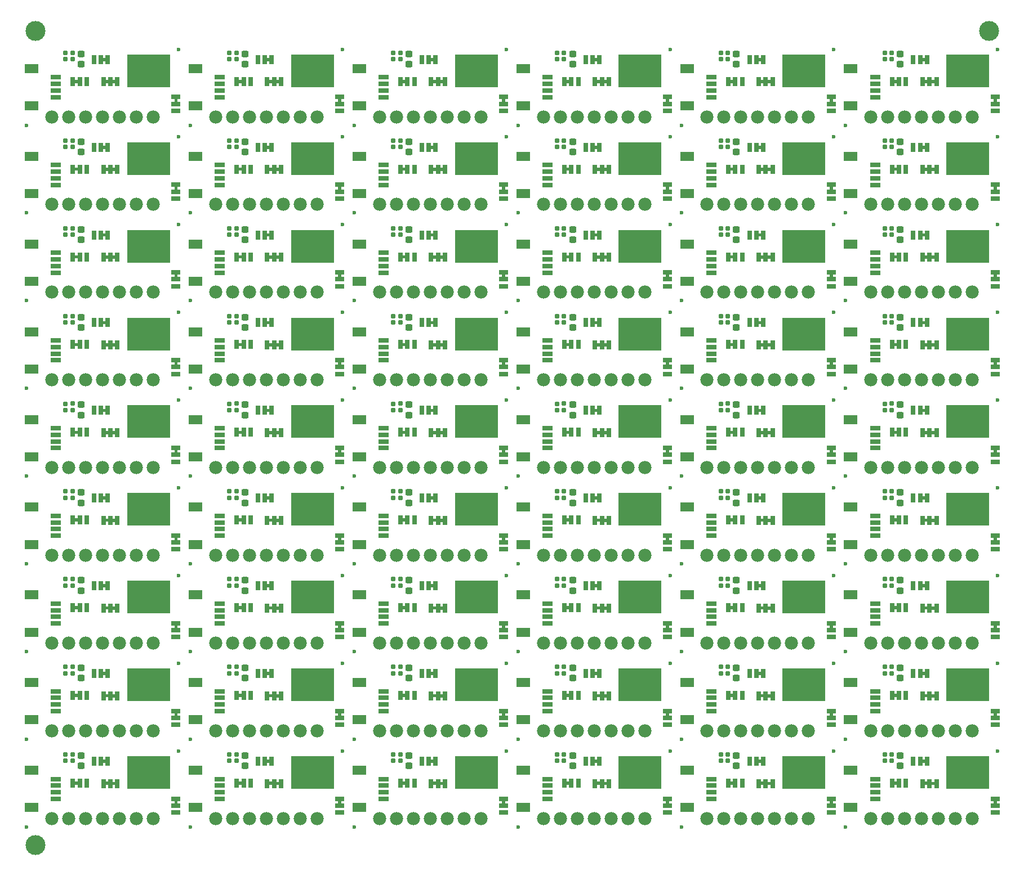
<source format=gbs>
%TF.GenerationSoftware,KiCad,Pcbnew,8.0.6*%
%TF.CreationDate,2024-11-25T14:03:36-07:00*%
%TF.ProjectId,SparkFun_BMV080_panelized,53706172-6b46-4756-9e5f-424d56303830,v01*%
%TF.SameCoordinates,Original*%
%TF.FileFunction,Soldermask,Bot*%
%TF.FilePolarity,Negative*%
%FSLAX46Y46*%
G04 Gerber Fmt 4.6, Leading zero omitted, Abs format (unit mm)*
G04 Created by KiCad (PCBNEW 8.0.6) date 2024-11-25 14:03:36*
%MOMM*%
%LPD*%
G01*
G04 APERTURE LIST*
G04 Aperture macros list*
%AMRoundRect*
0 Rectangle with rounded corners*
0 $1 Rounding radius*
0 $2 $3 $4 $5 $6 $7 $8 $9 X,Y pos of 4 corners*
0 Add a 4 corners polygon primitive as box body*
4,1,4,$2,$3,$4,$5,$6,$7,$8,$9,$2,$3,0*
0 Add four circle primitives for the rounded corners*
1,1,$1+$1,$2,$3*
1,1,$1+$1,$4,$5*
1,1,$1+$1,$6,$7*
1,1,$1+$1,$8,$9*
0 Add four rect primitives between the rounded corners*
20,1,$1+$1,$2,$3,$4,$5,0*
20,1,$1+$1,$4,$5,$6,$7,0*
20,1,$1+$1,$6,$7,$8,$9,0*
20,1,$1+$1,$8,$9,$2,$3,0*%
G04 Aperture macros list end*
%ADD10C,0.100000*%
%ADD11C,0.000000*%
%ADD12C,3.000000*%
%ADD13RoundRect,0.165000X0.195000X-0.165000X0.195000X0.165000X-0.195000X0.165000X-0.195000X-0.165000X0*%
%ADD14C,0.600000*%
%ADD15RoundRect,0.050000X0.330200X0.635000X-0.330200X0.635000X-0.330200X-0.635000X0.330200X-0.635000X0*%
%ADD16RoundRect,0.050000X-0.330200X-0.635000X0.330200X-0.635000X0.330200X0.635000X-0.330200X0.635000X0*%
%ADD17RoundRect,0.250000X0.275000X-0.250000X0.275000X0.250000X-0.275000X0.250000X-0.275000X-0.250000X0*%
%ADD18RoundRect,0.050000X-0.635000X0.330200X-0.635000X-0.330200X0.635000X-0.330200X0.635000X0.330200X0*%
%ADD19RoundRect,0.050000X0.635000X-0.330200X0.635000X0.330200X-0.635000X0.330200X-0.635000X-0.330200X0*%
%ADD20RoundRect,0.050000X0.675000X-0.300000X0.675000X0.300000X-0.675000X0.300000X-0.675000X-0.300000X0*%
%ADD21RoundRect,0.050000X1.000000X-0.600000X1.000000X0.600000X-1.000000X0.600000X-1.000000X-0.600000X0*%
%ADD22C,1.979600*%
G04 APERTURE END LIST*
D10*
X138933358Y104178272D02*
X145283358Y104178272D01*
X145283358Y99352272D01*
X138933358Y99352272D01*
X138933358Y104178272D01*
G36*
X138933358Y104178272D02*
G01*
X145283358Y104178272D01*
X145283358Y99352272D01*
X138933358Y99352272D01*
X138933358Y104178272D01*
G37*
X138933358Y90978272D02*
X145283358Y90978272D01*
X145283358Y86152272D01*
X138933358Y86152272D01*
X138933358Y90978272D01*
G36*
X138933358Y90978272D02*
G01*
X145283358Y90978272D01*
X145283358Y86152272D01*
X138933358Y86152272D01*
X138933358Y90978272D01*
G37*
X138933358Y77778272D02*
X145283358Y77778272D01*
X145283358Y72952272D01*
X138933358Y72952272D01*
X138933358Y77778272D01*
G36*
X138933358Y77778272D02*
G01*
X145283358Y77778272D01*
X145283358Y72952272D01*
X138933358Y72952272D01*
X138933358Y77778272D01*
G37*
X138933358Y64578272D02*
X145283358Y64578272D01*
X145283358Y59752272D01*
X138933358Y59752272D01*
X138933358Y64578272D01*
G36*
X138933358Y64578272D02*
G01*
X145283358Y64578272D01*
X145283358Y59752272D01*
X138933358Y59752272D01*
X138933358Y64578272D01*
G37*
X138933358Y51378272D02*
X145283358Y51378272D01*
X145283358Y46552272D01*
X138933358Y46552272D01*
X138933358Y51378272D01*
G36*
X138933358Y51378272D02*
G01*
X145283358Y51378272D01*
X145283358Y46552272D01*
X138933358Y46552272D01*
X138933358Y51378272D01*
G37*
X138933358Y38178272D02*
X145283358Y38178272D01*
X145283358Y33352272D01*
X138933358Y33352272D01*
X138933358Y38178272D01*
G36*
X138933358Y38178272D02*
G01*
X145283358Y38178272D01*
X145283358Y33352272D01*
X138933358Y33352272D01*
X138933358Y38178272D01*
G37*
X138933358Y24978272D02*
X145283358Y24978272D01*
X145283358Y20152272D01*
X138933358Y20152272D01*
X138933358Y24978272D01*
G36*
X138933358Y24978272D02*
G01*
X145283358Y24978272D01*
X145283358Y20152272D01*
X138933358Y20152272D01*
X138933358Y24978272D01*
G37*
X138933358Y11778272D02*
X145283358Y11778272D01*
X145283358Y6952272D01*
X138933358Y6952272D01*
X138933358Y11778272D01*
G36*
X138933358Y11778272D02*
G01*
X145283358Y11778272D01*
X145283358Y6952272D01*
X138933358Y6952272D01*
X138933358Y11778272D01*
G37*
X138933358Y-1421728D02*
X145283358Y-1421728D01*
X145283358Y-6247728D01*
X138933358Y-6247728D01*
X138933358Y-1421728D01*
G36*
X138933358Y-1421728D02*
G01*
X145283358Y-1421728D01*
X145283358Y-6247728D01*
X138933358Y-6247728D01*
X138933358Y-1421728D01*
G37*
X114303358Y104178272D02*
X120653358Y104178272D01*
X120653358Y99352272D01*
X114303358Y99352272D01*
X114303358Y104178272D01*
G36*
X114303358Y104178272D02*
G01*
X120653358Y104178272D01*
X120653358Y99352272D01*
X114303358Y99352272D01*
X114303358Y104178272D01*
G37*
X114303358Y90978272D02*
X120653358Y90978272D01*
X120653358Y86152272D01*
X114303358Y86152272D01*
X114303358Y90978272D01*
G36*
X114303358Y90978272D02*
G01*
X120653358Y90978272D01*
X120653358Y86152272D01*
X114303358Y86152272D01*
X114303358Y90978272D01*
G37*
X114303358Y77778272D02*
X120653358Y77778272D01*
X120653358Y72952272D01*
X114303358Y72952272D01*
X114303358Y77778272D01*
G36*
X114303358Y77778272D02*
G01*
X120653358Y77778272D01*
X120653358Y72952272D01*
X114303358Y72952272D01*
X114303358Y77778272D01*
G37*
X114303358Y64578272D02*
X120653358Y64578272D01*
X120653358Y59752272D01*
X114303358Y59752272D01*
X114303358Y64578272D01*
G36*
X114303358Y64578272D02*
G01*
X120653358Y64578272D01*
X120653358Y59752272D01*
X114303358Y59752272D01*
X114303358Y64578272D01*
G37*
X114303358Y51378272D02*
X120653358Y51378272D01*
X120653358Y46552272D01*
X114303358Y46552272D01*
X114303358Y51378272D01*
G36*
X114303358Y51378272D02*
G01*
X120653358Y51378272D01*
X120653358Y46552272D01*
X114303358Y46552272D01*
X114303358Y51378272D01*
G37*
X114303358Y38178272D02*
X120653358Y38178272D01*
X120653358Y33352272D01*
X114303358Y33352272D01*
X114303358Y38178272D01*
G36*
X114303358Y38178272D02*
G01*
X120653358Y38178272D01*
X120653358Y33352272D01*
X114303358Y33352272D01*
X114303358Y38178272D01*
G37*
X114303358Y24978272D02*
X120653358Y24978272D01*
X120653358Y20152272D01*
X114303358Y20152272D01*
X114303358Y24978272D01*
G36*
X114303358Y24978272D02*
G01*
X120653358Y24978272D01*
X120653358Y20152272D01*
X114303358Y20152272D01*
X114303358Y24978272D01*
G37*
X114303358Y11778272D02*
X120653358Y11778272D01*
X120653358Y6952272D01*
X114303358Y6952272D01*
X114303358Y11778272D01*
G36*
X114303358Y11778272D02*
G01*
X120653358Y11778272D01*
X120653358Y6952272D01*
X114303358Y6952272D01*
X114303358Y11778272D01*
G37*
X114303358Y-1421728D02*
X120653358Y-1421728D01*
X120653358Y-6247728D01*
X114303358Y-6247728D01*
X114303358Y-1421728D01*
G36*
X114303358Y-1421728D02*
G01*
X120653358Y-1421728D01*
X120653358Y-6247728D01*
X114303358Y-6247728D01*
X114303358Y-1421728D01*
G37*
X89673358Y104178272D02*
X96023358Y104178272D01*
X96023358Y99352272D01*
X89673358Y99352272D01*
X89673358Y104178272D01*
G36*
X89673358Y104178272D02*
G01*
X96023358Y104178272D01*
X96023358Y99352272D01*
X89673358Y99352272D01*
X89673358Y104178272D01*
G37*
X89673358Y90978272D02*
X96023358Y90978272D01*
X96023358Y86152272D01*
X89673358Y86152272D01*
X89673358Y90978272D01*
G36*
X89673358Y90978272D02*
G01*
X96023358Y90978272D01*
X96023358Y86152272D01*
X89673358Y86152272D01*
X89673358Y90978272D01*
G37*
X89673358Y77778272D02*
X96023358Y77778272D01*
X96023358Y72952272D01*
X89673358Y72952272D01*
X89673358Y77778272D01*
G36*
X89673358Y77778272D02*
G01*
X96023358Y77778272D01*
X96023358Y72952272D01*
X89673358Y72952272D01*
X89673358Y77778272D01*
G37*
X89673358Y64578272D02*
X96023358Y64578272D01*
X96023358Y59752272D01*
X89673358Y59752272D01*
X89673358Y64578272D01*
G36*
X89673358Y64578272D02*
G01*
X96023358Y64578272D01*
X96023358Y59752272D01*
X89673358Y59752272D01*
X89673358Y64578272D01*
G37*
X89673358Y51378272D02*
X96023358Y51378272D01*
X96023358Y46552272D01*
X89673358Y46552272D01*
X89673358Y51378272D01*
G36*
X89673358Y51378272D02*
G01*
X96023358Y51378272D01*
X96023358Y46552272D01*
X89673358Y46552272D01*
X89673358Y51378272D01*
G37*
X89673358Y38178272D02*
X96023358Y38178272D01*
X96023358Y33352272D01*
X89673358Y33352272D01*
X89673358Y38178272D01*
G36*
X89673358Y38178272D02*
G01*
X96023358Y38178272D01*
X96023358Y33352272D01*
X89673358Y33352272D01*
X89673358Y38178272D01*
G37*
X89673358Y24978272D02*
X96023358Y24978272D01*
X96023358Y20152272D01*
X89673358Y20152272D01*
X89673358Y24978272D01*
G36*
X89673358Y24978272D02*
G01*
X96023358Y24978272D01*
X96023358Y20152272D01*
X89673358Y20152272D01*
X89673358Y24978272D01*
G37*
X89673358Y11778272D02*
X96023358Y11778272D01*
X96023358Y6952272D01*
X89673358Y6952272D01*
X89673358Y11778272D01*
G36*
X89673358Y11778272D02*
G01*
X96023358Y11778272D01*
X96023358Y6952272D01*
X89673358Y6952272D01*
X89673358Y11778272D01*
G37*
X89673358Y-1421728D02*
X96023358Y-1421728D01*
X96023358Y-6247728D01*
X89673358Y-6247728D01*
X89673358Y-1421728D01*
G36*
X89673358Y-1421728D02*
G01*
X96023358Y-1421728D01*
X96023358Y-6247728D01*
X89673358Y-6247728D01*
X89673358Y-1421728D01*
G37*
X65043358Y104178272D02*
X71393358Y104178272D01*
X71393358Y99352272D01*
X65043358Y99352272D01*
X65043358Y104178272D01*
G36*
X65043358Y104178272D02*
G01*
X71393358Y104178272D01*
X71393358Y99352272D01*
X65043358Y99352272D01*
X65043358Y104178272D01*
G37*
X65043358Y90978272D02*
X71393358Y90978272D01*
X71393358Y86152272D01*
X65043358Y86152272D01*
X65043358Y90978272D01*
G36*
X65043358Y90978272D02*
G01*
X71393358Y90978272D01*
X71393358Y86152272D01*
X65043358Y86152272D01*
X65043358Y90978272D01*
G37*
X65043358Y77778272D02*
X71393358Y77778272D01*
X71393358Y72952272D01*
X65043358Y72952272D01*
X65043358Y77778272D01*
G36*
X65043358Y77778272D02*
G01*
X71393358Y77778272D01*
X71393358Y72952272D01*
X65043358Y72952272D01*
X65043358Y77778272D01*
G37*
X65043358Y64578272D02*
X71393358Y64578272D01*
X71393358Y59752272D01*
X65043358Y59752272D01*
X65043358Y64578272D01*
G36*
X65043358Y64578272D02*
G01*
X71393358Y64578272D01*
X71393358Y59752272D01*
X65043358Y59752272D01*
X65043358Y64578272D01*
G37*
X65043358Y51378272D02*
X71393358Y51378272D01*
X71393358Y46552272D01*
X65043358Y46552272D01*
X65043358Y51378272D01*
G36*
X65043358Y51378272D02*
G01*
X71393358Y51378272D01*
X71393358Y46552272D01*
X65043358Y46552272D01*
X65043358Y51378272D01*
G37*
X65043358Y38178272D02*
X71393358Y38178272D01*
X71393358Y33352272D01*
X65043358Y33352272D01*
X65043358Y38178272D01*
G36*
X65043358Y38178272D02*
G01*
X71393358Y38178272D01*
X71393358Y33352272D01*
X65043358Y33352272D01*
X65043358Y38178272D01*
G37*
X65043358Y24978272D02*
X71393358Y24978272D01*
X71393358Y20152272D01*
X65043358Y20152272D01*
X65043358Y24978272D01*
G36*
X65043358Y24978272D02*
G01*
X71393358Y24978272D01*
X71393358Y20152272D01*
X65043358Y20152272D01*
X65043358Y24978272D01*
G37*
X65043358Y11778272D02*
X71393358Y11778272D01*
X71393358Y6952272D01*
X65043358Y6952272D01*
X65043358Y11778272D01*
G36*
X65043358Y11778272D02*
G01*
X71393358Y11778272D01*
X71393358Y6952272D01*
X65043358Y6952272D01*
X65043358Y11778272D01*
G37*
X65043358Y-1421728D02*
X71393358Y-1421728D01*
X71393358Y-6247728D01*
X65043358Y-6247728D01*
X65043358Y-1421728D01*
G36*
X65043358Y-1421728D02*
G01*
X71393358Y-1421728D01*
X71393358Y-6247728D01*
X65043358Y-6247728D01*
X65043358Y-1421728D01*
G37*
X40413358Y104178272D02*
X46763358Y104178272D01*
X46763358Y99352272D01*
X40413358Y99352272D01*
X40413358Y104178272D01*
G36*
X40413358Y104178272D02*
G01*
X46763358Y104178272D01*
X46763358Y99352272D01*
X40413358Y99352272D01*
X40413358Y104178272D01*
G37*
X40413358Y90978272D02*
X46763358Y90978272D01*
X46763358Y86152272D01*
X40413358Y86152272D01*
X40413358Y90978272D01*
G36*
X40413358Y90978272D02*
G01*
X46763358Y90978272D01*
X46763358Y86152272D01*
X40413358Y86152272D01*
X40413358Y90978272D01*
G37*
X40413358Y77778272D02*
X46763358Y77778272D01*
X46763358Y72952272D01*
X40413358Y72952272D01*
X40413358Y77778272D01*
G36*
X40413358Y77778272D02*
G01*
X46763358Y77778272D01*
X46763358Y72952272D01*
X40413358Y72952272D01*
X40413358Y77778272D01*
G37*
X40413358Y64578272D02*
X46763358Y64578272D01*
X46763358Y59752272D01*
X40413358Y59752272D01*
X40413358Y64578272D01*
G36*
X40413358Y64578272D02*
G01*
X46763358Y64578272D01*
X46763358Y59752272D01*
X40413358Y59752272D01*
X40413358Y64578272D01*
G37*
X40413358Y51378272D02*
X46763358Y51378272D01*
X46763358Y46552272D01*
X40413358Y46552272D01*
X40413358Y51378272D01*
G36*
X40413358Y51378272D02*
G01*
X46763358Y51378272D01*
X46763358Y46552272D01*
X40413358Y46552272D01*
X40413358Y51378272D01*
G37*
X40413358Y38178272D02*
X46763358Y38178272D01*
X46763358Y33352272D01*
X40413358Y33352272D01*
X40413358Y38178272D01*
G36*
X40413358Y38178272D02*
G01*
X46763358Y38178272D01*
X46763358Y33352272D01*
X40413358Y33352272D01*
X40413358Y38178272D01*
G37*
X40413358Y24978272D02*
X46763358Y24978272D01*
X46763358Y20152272D01*
X40413358Y20152272D01*
X40413358Y24978272D01*
G36*
X40413358Y24978272D02*
G01*
X46763358Y24978272D01*
X46763358Y20152272D01*
X40413358Y20152272D01*
X40413358Y24978272D01*
G37*
X40413358Y11778272D02*
X46763358Y11778272D01*
X46763358Y6952272D01*
X40413358Y6952272D01*
X40413358Y11778272D01*
G36*
X40413358Y11778272D02*
G01*
X46763358Y11778272D01*
X46763358Y6952272D01*
X40413358Y6952272D01*
X40413358Y11778272D01*
G37*
X40413358Y-1421728D02*
X46763358Y-1421728D01*
X46763358Y-6247728D01*
X40413358Y-6247728D01*
X40413358Y-1421728D01*
G36*
X40413358Y-1421728D02*
G01*
X46763358Y-1421728D01*
X46763358Y-6247728D01*
X40413358Y-6247728D01*
X40413358Y-1421728D01*
G37*
X15783358Y104178272D02*
X22133358Y104178272D01*
X22133358Y99352272D01*
X15783358Y99352272D01*
X15783358Y104178272D01*
G36*
X15783358Y104178272D02*
G01*
X22133358Y104178272D01*
X22133358Y99352272D01*
X15783358Y99352272D01*
X15783358Y104178272D01*
G37*
X15783358Y90978272D02*
X22133358Y90978272D01*
X22133358Y86152272D01*
X15783358Y86152272D01*
X15783358Y90978272D01*
G36*
X15783358Y90978272D02*
G01*
X22133358Y90978272D01*
X22133358Y86152272D01*
X15783358Y86152272D01*
X15783358Y90978272D01*
G37*
X15783358Y77778272D02*
X22133358Y77778272D01*
X22133358Y72952272D01*
X15783358Y72952272D01*
X15783358Y77778272D01*
G36*
X15783358Y77778272D02*
G01*
X22133358Y77778272D01*
X22133358Y72952272D01*
X15783358Y72952272D01*
X15783358Y77778272D01*
G37*
X15783358Y64578272D02*
X22133358Y64578272D01*
X22133358Y59752272D01*
X15783358Y59752272D01*
X15783358Y64578272D01*
G36*
X15783358Y64578272D02*
G01*
X22133358Y64578272D01*
X22133358Y59752272D01*
X15783358Y59752272D01*
X15783358Y64578272D01*
G37*
X15783358Y51378272D02*
X22133358Y51378272D01*
X22133358Y46552272D01*
X15783358Y46552272D01*
X15783358Y51378272D01*
G36*
X15783358Y51378272D02*
G01*
X22133358Y51378272D01*
X22133358Y46552272D01*
X15783358Y46552272D01*
X15783358Y51378272D01*
G37*
X15783358Y38178272D02*
X22133358Y38178272D01*
X22133358Y33352272D01*
X15783358Y33352272D01*
X15783358Y38178272D01*
G36*
X15783358Y38178272D02*
G01*
X22133358Y38178272D01*
X22133358Y33352272D01*
X15783358Y33352272D01*
X15783358Y38178272D01*
G37*
X15783358Y24978272D02*
X22133358Y24978272D01*
X22133358Y20152272D01*
X15783358Y20152272D01*
X15783358Y24978272D01*
G36*
X15783358Y24978272D02*
G01*
X22133358Y24978272D01*
X22133358Y20152272D01*
X15783358Y20152272D01*
X15783358Y24978272D01*
G37*
X15783358Y11778272D02*
X22133358Y11778272D01*
X22133358Y6952272D01*
X15783358Y6952272D01*
X15783358Y11778272D01*
G36*
X15783358Y11778272D02*
G01*
X22133358Y11778272D01*
X22133358Y6952272D01*
X15783358Y6952272D01*
X15783358Y11778272D01*
G37*
X15783358Y-1421728D02*
X22133358Y-1421728D01*
X22133358Y-6247728D01*
X15783358Y-6247728D01*
X15783358Y-1421728D01*
G36*
X15783358Y-1421728D02*
G01*
X22133358Y-1421728D01*
X22133358Y-6247728D01*
X15783358Y-6247728D01*
X15783358Y-1421728D01*
G37*
D11*
%TO.C,JP4*%
G36*
X136142000Y99852500D02*
G01*
X135634000Y99852500D01*
X135634000Y100333500D01*
X136142000Y100333500D01*
X136142000Y99852500D01*
G37*
G36*
X137174700Y99829500D02*
G01*
X136666700Y99829500D01*
X136666700Y100310500D01*
X137174700Y100310500D01*
X137174700Y99829500D01*
G37*
G36*
X136142000Y86652500D02*
G01*
X135634000Y86652500D01*
X135634000Y87133500D01*
X136142000Y87133500D01*
X136142000Y86652500D01*
G37*
G36*
X137174700Y86629500D02*
G01*
X136666700Y86629500D01*
X136666700Y87110500D01*
X137174700Y87110500D01*
X137174700Y86629500D01*
G37*
G36*
X136142000Y73452500D02*
G01*
X135634000Y73452500D01*
X135634000Y73933500D01*
X136142000Y73933500D01*
X136142000Y73452500D01*
G37*
G36*
X137174700Y73429500D02*
G01*
X136666700Y73429500D01*
X136666700Y73910500D01*
X137174700Y73910500D01*
X137174700Y73429500D01*
G37*
G36*
X136142000Y60252500D02*
G01*
X135634000Y60252500D01*
X135634000Y60733500D01*
X136142000Y60733500D01*
X136142000Y60252500D01*
G37*
G36*
X137174700Y60229500D02*
G01*
X136666700Y60229500D01*
X136666700Y60710500D01*
X137174700Y60710500D01*
X137174700Y60229500D01*
G37*
G36*
X136142000Y47052500D02*
G01*
X135634000Y47052500D01*
X135634000Y47533500D01*
X136142000Y47533500D01*
X136142000Y47052500D01*
G37*
G36*
X137174700Y47029500D02*
G01*
X136666700Y47029500D01*
X136666700Y47510500D01*
X137174700Y47510500D01*
X137174700Y47029500D01*
G37*
G36*
X136142000Y33852500D02*
G01*
X135634000Y33852500D01*
X135634000Y34333500D01*
X136142000Y34333500D01*
X136142000Y33852500D01*
G37*
G36*
X137174700Y33829500D02*
G01*
X136666700Y33829500D01*
X136666700Y34310500D01*
X137174700Y34310500D01*
X137174700Y33829500D01*
G37*
G36*
X136142000Y20652500D02*
G01*
X135634000Y20652500D01*
X135634000Y21133500D01*
X136142000Y21133500D01*
X136142000Y20652500D01*
G37*
G36*
X137174700Y20629500D02*
G01*
X136666700Y20629500D01*
X136666700Y21110500D01*
X137174700Y21110500D01*
X137174700Y20629500D01*
G37*
G36*
X136142000Y7452500D02*
G01*
X135634000Y7452500D01*
X135634000Y7933500D01*
X136142000Y7933500D01*
X136142000Y7452500D01*
G37*
G36*
X137174700Y7429500D02*
G01*
X136666700Y7429500D01*
X136666700Y7910500D01*
X137174700Y7910500D01*
X137174700Y7429500D01*
G37*
G36*
X136142000Y-5747500D02*
G01*
X135634000Y-5747500D01*
X135634000Y-5266500D01*
X136142000Y-5266500D01*
X136142000Y-5747500D01*
G37*
G36*
X137174700Y-5770500D02*
G01*
X136666700Y-5770500D01*
X136666700Y-5289500D01*
X137174700Y-5289500D01*
X137174700Y-5770500D01*
G37*
G36*
X111512000Y99852500D02*
G01*
X111004000Y99852500D01*
X111004000Y100333500D01*
X111512000Y100333500D01*
X111512000Y99852500D01*
G37*
G36*
X112544700Y99829500D02*
G01*
X112036700Y99829500D01*
X112036700Y100310500D01*
X112544700Y100310500D01*
X112544700Y99829500D01*
G37*
G36*
X111512000Y86652500D02*
G01*
X111004000Y86652500D01*
X111004000Y87133500D01*
X111512000Y87133500D01*
X111512000Y86652500D01*
G37*
G36*
X112544700Y86629500D02*
G01*
X112036700Y86629500D01*
X112036700Y87110500D01*
X112544700Y87110500D01*
X112544700Y86629500D01*
G37*
G36*
X111512000Y73452500D02*
G01*
X111004000Y73452500D01*
X111004000Y73933500D01*
X111512000Y73933500D01*
X111512000Y73452500D01*
G37*
G36*
X112544700Y73429500D02*
G01*
X112036700Y73429500D01*
X112036700Y73910500D01*
X112544700Y73910500D01*
X112544700Y73429500D01*
G37*
G36*
X111512000Y60252500D02*
G01*
X111004000Y60252500D01*
X111004000Y60733500D01*
X111512000Y60733500D01*
X111512000Y60252500D01*
G37*
G36*
X112544700Y60229500D02*
G01*
X112036700Y60229500D01*
X112036700Y60710500D01*
X112544700Y60710500D01*
X112544700Y60229500D01*
G37*
G36*
X111512000Y47052500D02*
G01*
X111004000Y47052500D01*
X111004000Y47533500D01*
X111512000Y47533500D01*
X111512000Y47052500D01*
G37*
G36*
X112544700Y47029500D02*
G01*
X112036700Y47029500D01*
X112036700Y47510500D01*
X112544700Y47510500D01*
X112544700Y47029500D01*
G37*
G36*
X111512000Y33852500D02*
G01*
X111004000Y33852500D01*
X111004000Y34333500D01*
X111512000Y34333500D01*
X111512000Y33852500D01*
G37*
G36*
X112544700Y33829500D02*
G01*
X112036700Y33829500D01*
X112036700Y34310500D01*
X112544700Y34310500D01*
X112544700Y33829500D01*
G37*
G36*
X111512000Y20652500D02*
G01*
X111004000Y20652500D01*
X111004000Y21133500D01*
X111512000Y21133500D01*
X111512000Y20652500D01*
G37*
G36*
X112544700Y20629500D02*
G01*
X112036700Y20629500D01*
X112036700Y21110500D01*
X112544700Y21110500D01*
X112544700Y20629500D01*
G37*
G36*
X111512000Y7452500D02*
G01*
X111004000Y7452500D01*
X111004000Y7933500D01*
X111512000Y7933500D01*
X111512000Y7452500D01*
G37*
G36*
X112544700Y7429500D02*
G01*
X112036700Y7429500D01*
X112036700Y7910500D01*
X112544700Y7910500D01*
X112544700Y7429500D01*
G37*
G36*
X111512000Y-5747500D02*
G01*
X111004000Y-5747500D01*
X111004000Y-5266500D01*
X111512000Y-5266500D01*
X111512000Y-5747500D01*
G37*
G36*
X112544700Y-5770500D02*
G01*
X112036700Y-5770500D01*
X112036700Y-5289500D01*
X112544700Y-5289500D01*
X112544700Y-5770500D01*
G37*
G36*
X86882000Y99852500D02*
G01*
X86374000Y99852500D01*
X86374000Y100333500D01*
X86882000Y100333500D01*
X86882000Y99852500D01*
G37*
G36*
X87914700Y99829500D02*
G01*
X87406700Y99829500D01*
X87406700Y100310500D01*
X87914700Y100310500D01*
X87914700Y99829500D01*
G37*
G36*
X86882000Y86652500D02*
G01*
X86374000Y86652500D01*
X86374000Y87133500D01*
X86882000Y87133500D01*
X86882000Y86652500D01*
G37*
G36*
X87914700Y86629500D02*
G01*
X87406700Y86629500D01*
X87406700Y87110500D01*
X87914700Y87110500D01*
X87914700Y86629500D01*
G37*
G36*
X86882000Y73452500D02*
G01*
X86374000Y73452500D01*
X86374000Y73933500D01*
X86882000Y73933500D01*
X86882000Y73452500D01*
G37*
G36*
X87914700Y73429500D02*
G01*
X87406700Y73429500D01*
X87406700Y73910500D01*
X87914700Y73910500D01*
X87914700Y73429500D01*
G37*
G36*
X86882000Y60252500D02*
G01*
X86374000Y60252500D01*
X86374000Y60733500D01*
X86882000Y60733500D01*
X86882000Y60252500D01*
G37*
G36*
X87914700Y60229500D02*
G01*
X87406700Y60229500D01*
X87406700Y60710500D01*
X87914700Y60710500D01*
X87914700Y60229500D01*
G37*
G36*
X86882000Y47052500D02*
G01*
X86374000Y47052500D01*
X86374000Y47533500D01*
X86882000Y47533500D01*
X86882000Y47052500D01*
G37*
G36*
X87914700Y47029500D02*
G01*
X87406700Y47029500D01*
X87406700Y47510500D01*
X87914700Y47510500D01*
X87914700Y47029500D01*
G37*
G36*
X86882000Y33852500D02*
G01*
X86374000Y33852500D01*
X86374000Y34333500D01*
X86882000Y34333500D01*
X86882000Y33852500D01*
G37*
G36*
X87914700Y33829500D02*
G01*
X87406700Y33829500D01*
X87406700Y34310500D01*
X87914700Y34310500D01*
X87914700Y33829500D01*
G37*
G36*
X86882000Y20652500D02*
G01*
X86374000Y20652500D01*
X86374000Y21133500D01*
X86882000Y21133500D01*
X86882000Y20652500D01*
G37*
G36*
X87914700Y20629500D02*
G01*
X87406700Y20629500D01*
X87406700Y21110500D01*
X87914700Y21110500D01*
X87914700Y20629500D01*
G37*
G36*
X86882000Y7452500D02*
G01*
X86374000Y7452500D01*
X86374000Y7933500D01*
X86882000Y7933500D01*
X86882000Y7452500D01*
G37*
G36*
X87914700Y7429500D02*
G01*
X87406700Y7429500D01*
X87406700Y7910500D01*
X87914700Y7910500D01*
X87914700Y7429500D01*
G37*
G36*
X86882000Y-5747500D02*
G01*
X86374000Y-5747500D01*
X86374000Y-5266500D01*
X86882000Y-5266500D01*
X86882000Y-5747500D01*
G37*
G36*
X87914700Y-5770500D02*
G01*
X87406700Y-5770500D01*
X87406700Y-5289500D01*
X87914700Y-5289500D01*
X87914700Y-5770500D01*
G37*
G36*
X62252000Y99852500D02*
G01*
X61744000Y99852500D01*
X61744000Y100333500D01*
X62252000Y100333500D01*
X62252000Y99852500D01*
G37*
G36*
X63284700Y99829500D02*
G01*
X62776700Y99829500D01*
X62776700Y100310500D01*
X63284700Y100310500D01*
X63284700Y99829500D01*
G37*
G36*
X62252000Y86652500D02*
G01*
X61744000Y86652500D01*
X61744000Y87133500D01*
X62252000Y87133500D01*
X62252000Y86652500D01*
G37*
G36*
X63284700Y86629500D02*
G01*
X62776700Y86629500D01*
X62776700Y87110500D01*
X63284700Y87110500D01*
X63284700Y86629500D01*
G37*
G36*
X62252000Y73452500D02*
G01*
X61744000Y73452500D01*
X61744000Y73933500D01*
X62252000Y73933500D01*
X62252000Y73452500D01*
G37*
G36*
X63284700Y73429500D02*
G01*
X62776700Y73429500D01*
X62776700Y73910500D01*
X63284700Y73910500D01*
X63284700Y73429500D01*
G37*
G36*
X62252000Y60252500D02*
G01*
X61744000Y60252500D01*
X61744000Y60733500D01*
X62252000Y60733500D01*
X62252000Y60252500D01*
G37*
G36*
X63284700Y60229500D02*
G01*
X62776700Y60229500D01*
X62776700Y60710500D01*
X63284700Y60710500D01*
X63284700Y60229500D01*
G37*
G36*
X62252000Y47052500D02*
G01*
X61744000Y47052500D01*
X61744000Y47533500D01*
X62252000Y47533500D01*
X62252000Y47052500D01*
G37*
G36*
X63284700Y47029500D02*
G01*
X62776700Y47029500D01*
X62776700Y47510500D01*
X63284700Y47510500D01*
X63284700Y47029500D01*
G37*
G36*
X62252000Y33852500D02*
G01*
X61744000Y33852500D01*
X61744000Y34333500D01*
X62252000Y34333500D01*
X62252000Y33852500D01*
G37*
G36*
X63284700Y33829500D02*
G01*
X62776700Y33829500D01*
X62776700Y34310500D01*
X63284700Y34310500D01*
X63284700Y33829500D01*
G37*
G36*
X62252000Y20652500D02*
G01*
X61744000Y20652500D01*
X61744000Y21133500D01*
X62252000Y21133500D01*
X62252000Y20652500D01*
G37*
G36*
X63284700Y20629500D02*
G01*
X62776700Y20629500D01*
X62776700Y21110500D01*
X63284700Y21110500D01*
X63284700Y20629500D01*
G37*
G36*
X62252000Y7452500D02*
G01*
X61744000Y7452500D01*
X61744000Y7933500D01*
X62252000Y7933500D01*
X62252000Y7452500D01*
G37*
G36*
X63284700Y7429500D02*
G01*
X62776700Y7429500D01*
X62776700Y7910500D01*
X63284700Y7910500D01*
X63284700Y7429500D01*
G37*
G36*
X62252000Y-5747500D02*
G01*
X61744000Y-5747500D01*
X61744000Y-5266500D01*
X62252000Y-5266500D01*
X62252000Y-5747500D01*
G37*
G36*
X63284700Y-5770500D02*
G01*
X62776700Y-5770500D01*
X62776700Y-5289500D01*
X63284700Y-5289500D01*
X63284700Y-5770500D01*
G37*
G36*
X37622000Y99852500D02*
G01*
X37114000Y99852500D01*
X37114000Y100333500D01*
X37622000Y100333500D01*
X37622000Y99852500D01*
G37*
G36*
X38654700Y99829500D02*
G01*
X38146700Y99829500D01*
X38146700Y100310500D01*
X38654700Y100310500D01*
X38654700Y99829500D01*
G37*
G36*
X37622000Y86652500D02*
G01*
X37114000Y86652500D01*
X37114000Y87133500D01*
X37622000Y87133500D01*
X37622000Y86652500D01*
G37*
G36*
X38654700Y86629500D02*
G01*
X38146700Y86629500D01*
X38146700Y87110500D01*
X38654700Y87110500D01*
X38654700Y86629500D01*
G37*
G36*
X37622000Y73452500D02*
G01*
X37114000Y73452500D01*
X37114000Y73933500D01*
X37622000Y73933500D01*
X37622000Y73452500D01*
G37*
G36*
X38654700Y73429500D02*
G01*
X38146700Y73429500D01*
X38146700Y73910500D01*
X38654700Y73910500D01*
X38654700Y73429500D01*
G37*
G36*
X37622000Y60252500D02*
G01*
X37114000Y60252500D01*
X37114000Y60733500D01*
X37622000Y60733500D01*
X37622000Y60252500D01*
G37*
G36*
X38654700Y60229500D02*
G01*
X38146700Y60229500D01*
X38146700Y60710500D01*
X38654700Y60710500D01*
X38654700Y60229500D01*
G37*
G36*
X37622000Y47052500D02*
G01*
X37114000Y47052500D01*
X37114000Y47533500D01*
X37622000Y47533500D01*
X37622000Y47052500D01*
G37*
G36*
X38654700Y47029500D02*
G01*
X38146700Y47029500D01*
X38146700Y47510500D01*
X38654700Y47510500D01*
X38654700Y47029500D01*
G37*
G36*
X37622000Y33852500D02*
G01*
X37114000Y33852500D01*
X37114000Y34333500D01*
X37622000Y34333500D01*
X37622000Y33852500D01*
G37*
G36*
X38654700Y33829500D02*
G01*
X38146700Y33829500D01*
X38146700Y34310500D01*
X38654700Y34310500D01*
X38654700Y33829500D01*
G37*
G36*
X37622000Y20652500D02*
G01*
X37114000Y20652500D01*
X37114000Y21133500D01*
X37622000Y21133500D01*
X37622000Y20652500D01*
G37*
G36*
X38654700Y20629500D02*
G01*
X38146700Y20629500D01*
X38146700Y21110500D01*
X38654700Y21110500D01*
X38654700Y20629500D01*
G37*
G36*
X37622000Y7452500D02*
G01*
X37114000Y7452500D01*
X37114000Y7933500D01*
X37622000Y7933500D01*
X37622000Y7452500D01*
G37*
G36*
X38654700Y7429500D02*
G01*
X38146700Y7429500D01*
X38146700Y7910500D01*
X38654700Y7910500D01*
X38654700Y7429500D01*
G37*
G36*
X37622000Y-5747500D02*
G01*
X37114000Y-5747500D01*
X37114000Y-5266500D01*
X37622000Y-5266500D01*
X37622000Y-5747500D01*
G37*
G36*
X38654700Y-5770500D02*
G01*
X38146700Y-5770500D01*
X38146700Y-5289500D01*
X38654700Y-5289500D01*
X38654700Y-5770500D01*
G37*
G36*
X12992000Y99852500D02*
G01*
X12484000Y99852500D01*
X12484000Y100333500D01*
X12992000Y100333500D01*
X12992000Y99852500D01*
G37*
G36*
X14024700Y99829500D02*
G01*
X13516700Y99829500D01*
X13516700Y100310500D01*
X14024700Y100310500D01*
X14024700Y99829500D01*
G37*
G36*
X12992000Y86652500D02*
G01*
X12484000Y86652500D01*
X12484000Y87133500D01*
X12992000Y87133500D01*
X12992000Y86652500D01*
G37*
G36*
X14024700Y86629500D02*
G01*
X13516700Y86629500D01*
X13516700Y87110500D01*
X14024700Y87110500D01*
X14024700Y86629500D01*
G37*
G36*
X12992000Y73452500D02*
G01*
X12484000Y73452500D01*
X12484000Y73933500D01*
X12992000Y73933500D01*
X12992000Y73452500D01*
G37*
G36*
X14024700Y73429500D02*
G01*
X13516700Y73429500D01*
X13516700Y73910500D01*
X14024700Y73910500D01*
X14024700Y73429500D01*
G37*
G36*
X12992000Y60252500D02*
G01*
X12484000Y60252500D01*
X12484000Y60733500D01*
X12992000Y60733500D01*
X12992000Y60252500D01*
G37*
G36*
X14024700Y60229500D02*
G01*
X13516700Y60229500D01*
X13516700Y60710500D01*
X14024700Y60710500D01*
X14024700Y60229500D01*
G37*
G36*
X12992000Y47052500D02*
G01*
X12484000Y47052500D01*
X12484000Y47533500D01*
X12992000Y47533500D01*
X12992000Y47052500D01*
G37*
G36*
X14024700Y47029500D02*
G01*
X13516700Y47029500D01*
X13516700Y47510500D01*
X14024700Y47510500D01*
X14024700Y47029500D01*
G37*
G36*
X12992000Y33852500D02*
G01*
X12484000Y33852500D01*
X12484000Y34333500D01*
X12992000Y34333500D01*
X12992000Y33852500D01*
G37*
G36*
X14024700Y33829500D02*
G01*
X13516700Y33829500D01*
X13516700Y34310500D01*
X14024700Y34310500D01*
X14024700Y33829500D01*
G37*
G36*
X12992000Y20652500D02*
G01*
X12484000Y20652500D01*
X12484000Y21133500D01*
X12992000Y21133500D01*
X12992000Y20652500D01*
G37*
G36*
X14024700Y20629500D02*
G01*
X13516700Y20629500D01*
X13516700Y21110500D01*
X14024700Y21110500D01*
X14024700Y20629500D01*
G37*
G36*
X12992000Y7452500D02*
G01*
X12484000Y7452500D01*
X12484000Y7933500D01*
X12992000Y7933500D01*
X12992000Y7452500D01*
G37*
G36*
X14024700Y7429500D02*
G01*
X13516700Y7429500D01*
X13516700Y7910500D01*
X14024700Y7910500D01*
X14024700Y7429500D01*
G37*
%TO.C,JP1*%
G36*
X135764700Y103179500D02*
G01*
X135256700Y103179500D01*
X135256700Y103660500D01*
X135764700Y103660500D01*
X135764700Y103179500D01*
G37*
G36*
X135764700Y89979500D02*
G01*
X135256700Y89979500D01*
X135256700Y90460500D01*
X135764700Y90460500D01*
X135764700Y89979500D01*
G37*
G36*
X135764700Y76779500D02*
G01*
X135256700Y76779500D01*
X135256700Y77260500D01*
X135764700Y77260500D01*
X135764700Y76779500D01*
G37*
G36*
X135764700Y63579500D02*
G01*
X135256700Y63579500D01*
X135256700Y64060500D01*
X135764700Y64060500D01*
X135764700Y63579500D01*
G37*
G36*
X135764700Y50379500D02*
G01*
X135256700Y50379500D01*
X135256700Y50860500D01*
X135764700Y50860500D01*
X135764700Y50379500D01*
G37*
G36*
X135764700Y37179500D02*
G01*
X135256700Y37179500D01*
X135256700Y37660500D01*
X135764700Y37660500D01*
X135764700Y37179500D01*
G37*
G36*
X135764700Y23979500D02*
G01*
X135256700Y23979500D01*
X135256700Y24460500D01*
X135764700Y24460500D01*
X135764700Y23979500D01*
G37*
G36*
X135764700Y10779500D02*
G01*
X135256700Y10779500D01*
X135256700Y11260500D01*
X135764700Y11260500D01*
X135764700Y10779500D01*
G37*
G36*
X135764700Y-2420500D02*
G01*
X135256700Y-2420500D01*
X135256700Y-1939500D01*
X135764700Y-1939500D01*
X135764700Y-2420500D01*
G37*
G36*
X111134700Y103179500D02*
G01*
X110626700Y103179500D01*
X110626700Y103660500D01*
X111134700Y103660500D01*
X111134700Y103179500D01*
G37*
G36*
X111134700Y89979500D02*
G01*
X110626700Y89979500D01*
X110626700Y90460500D01*
X111134700Y90460500D01*
X111134700Y89979500D01*
G37*
G36*
X111134700Y76779500D02*
G01*
X110626700Y76779500D01*
X110626700Y77260500D01*
X111134700Y77260500D01*
X111134700Y76779500D01*
G37*
G36*
X111134700Y63579500D02*
G01*
X110626700Y63579500D01*
X110626700Y64060500D01*
X111134700Y64060500D01*
X111134700Y63579500D01*
G37*
G36*
X111134700Y50379500D02*
G01*
X110626700Y50379500D01*
X110626700Y50860500D01*
X111134700Y50860500D01*
X111134700Y50379500D01*
G37*
G36*
X111134700Y37179500D02*
G01*
X110626700Y37179500D01*
X110626700Y37660500D01*
X111134700Y37660500D01*
X111134700Y37179500D01*
G37*
G36*
X111134700Y23979500D02*
G01*
X110626700Y23979500D01*
X110626700Y24460500D01*
X111134700Y24460500D01*
X111134700Y23979500D01*
G37*
G36*
X111134700Y10779500D02*
G01*
X110626700Y10779500D01*
X110626700Y11260500D01*
X111134700Y11260500D01*
X111134700Y10779500D01*
G37*
G36*
X111134700Y-2420500D02*
G01*
X110626700Y-2420500D01*
X110626700Y-1939500D01*
X111134700Y-1939500D01*
X111134700Y-2420500D01*
G37*
G36*
X86504700Y103179500D02*
G01*
X85996700Y103179500D01*
X85996700Y103660500D01*
X86504700Y103660500D01*
X86504700Y103179500D01*
G37*
G36*
X86504700Y89979500D02*
G01*
X85996700Y89979500D01*
X85996700Y90460500D01*
X86504700Y90460500D01*
X86504700Y89979500D01*
G37*
G36*
X86504700Y76779500D02*
G01*
X85996700Y76779500D01*
X85996700Y77260500D01*
X86504700Y77260500D01*
X86504700Y76779500D01*
G37*
G36*
X86504700Y63579500D02*
G01*
X85996700Y63579500D01*
X85996700Y64060500D01*
X86504700Y64060500D01*
X86504700Y63579500D01*
G37*
G36*
X86504700Y50379500D02*
G01*
X85996700Y50379500D01*
X85996700Y50860500D01*
X86504700Y50860500D01*
X86504700Y50379500D01*
G37*
G36*
X86504700Y37179500D02*
G01*
X85996700Y37179500D01*
X85996700Y37660500D01*
X86504700Y37660500D01*
X86504700Y37179500D01*
G37*
G36*
X86504700Y23979500D02*
G01*
X85996700Y23979500D01*
X85996700Y24460500D01*
X86504700Y24460500D01*
X86504700Y23979500D01*
G37*
G36*
X86504700Y10779500D02*
G01*
X85996700Y10779500D01*
X85996700Y11260500D01*
X86504700Y11260500D01*
X86504700Y10779500D01*
G37*
G36*
X86504700Y-2420500D02*
G01*
X85996700Y-2420500D01*
X85996700Y-1939500D01*
X86504700Y-1939500D01*
X86504700Y-2420500D01*
G37*
G36*
X61874700Y103179500D02*
G01*
X61366700Y103179500D01*
X61366700Y103660500D01*
X61874700Y103660500D01*
X61874700Y103179500D01*
G37*
G36*
X61874700Y89979500D02*
G01*
X61366700Y89979500D01*
X61366700Y90460500D01*
X61874700Y90460500D01*
X61874700Y89979500D01*
G37*
G36*
X61874700Y76779500D02*
G01*
X61366700Y76779500D01*
X61366700Y77260500D01*
X61874700Y77260500D01*
X61874700Y76779500D01*
G37*
G36*
X61874700Y63579500D02*
G01*
X61366700Y63579500D01*
X61366700Y64060500D01*
X61874700Y64060500D01*
X61874700Y63579500D01*
G37*
G36*
X61874700Y50379500D02*
G01*
X61366700Y50379500D01*
X61366700Y50860500D01*
X61874700Y50860500D01*
X61874700Y50379500D01*
G37*
G36*
X61874700Y37179500D02*
G01*
X61366700Y37179500D01*
X61366700Y37660500D01*
X61874700Y37660500D01*
X61874700Y37179500D01*
G37*
G36*
X61874700Y23979500D02*
G01*
X61366700Y23979500D01*
X61366700Y24460500D01*
X61874700Y24460500D01*
X61874700Y23979500D01*
G37*
G36*
X61874700Y10779500D02*
G01*
X61366700Y10779500D01*
X61366700Y11260500D01*
X61874700Y11260500D01*
X61874700Y10779500D01*
G37*
G36*
X61874700Y-2420500D02*
G01*
X61366700Y-2420500D01*
X61366700Y-1939500D01*
X61874700Y-1939500D01*
X61874700Y-2420500D01*
G37*
G36*
X37244700Y103179500D02*
G01*
X36736700Y103179500D01*
X36736700Y103660500D01*
X37244700Y103660500D01*
X37244700Y103179500D01*
G37*
G36*
X37244700Y89979500D02*
G01*
X36736700Y89979500D01*
X36736700Y90460500D01*
X37244700Y90460500D01*
X37244700Y89979500D01*
G37*
G36*
X37244700Y76779500D02*
G01*
X36736700Y76779500D01*
X36736700Y77260500D01*
X37244700Y77260500D01*
X37244700Y76779500D01*
G37*
G36*
X37244700Y63579500D02*
G01*
X36736700Y63579500D01*
X36736700Y64060500D01*
X37244700Y64060500D01*
X37244700Y63579500D01*
G37*
G36*
X37244700Y50379500D02*
G01*
X36736700Y50379500D01*
X36736700Y50860500D01*
X37244700Y50860500D01*
X37244700Y50379500D01*
G37*
G36*
X37244700Y37179500D02*
G01*
X36736700Y37179500D01*
X36736700Y37660500D01*
X37244700Y37660500D01*
X37244700Y37179500D01*
G37*
G36*
X37244700Y23979500D02*
G01*
X36736700Y23979500D01*
X36736700Y24460500D01*
X37244700Y24460500D01*
X37244700Y23979500D01*
G37*
G36*
X37244700Y10779500D02*
G01*
X36736700Y10779500D01*
X36736700Y11260500D01*
X37244700Y11260500D01*
X37244700Y10779500D01*
G37*
G36*
X37244700Y-2420500D02*
G01*
X36736700Y-2420500D01*
X36736700Y-1939500D01*
X37244700Y-1939500D01*
X37244700Y-2420500D01*
G37*
G36*
X12614700Y103179500D02*
G01*
X12106700Y103179500D01*
X12106700Y103660500D01*
X12614700Y103660500D01*
X12614700Y103179500D01*
G37*
G36*
X12614700Y89979500D02*
G01*
X12106700Y89979500D01*
X12106700Y90460500D01*
X12614700Y90460500D01*
X12614700Y89979500D01*
G37*
G36*
X12614700Y76779500D02*
G01*
X12106700Y76779500D01*
X12106700Y77260500D01*
X12614700Y77260500D01*
X12614700Y76779500D01*
G37*
G36*
X12614700Y63579500D02*
G01*
X12106700Y63579500D01*
X12106700Y64060500D01*
X12614700Y64060500D01*
X12614700Y63579500D01*
G37*
G36*
X12614700Y50379500D02*
G01*
X12106700Y50379500D01*
X12106700Y50860500D01*
X12614700Y50860500D01*
X12614700Y50379500D01*
G37*
G36*
X12614700Y37179500D02*
G01*
X12106700Y37179500D01*
X12106700Y37660500D01*
X12614700Y37660500D01*
X12614700Y37179500D01*
G37*
G36*
X12614700Y23979500D02*
G01*
X12106700Y23979500D01*
X12106700Y24460500D01*
X12614700Y24460500D01*
X12614700Y23979500D01*
G37*
G36*
X12614700Y10779500D02*
G01*
X12106700Y10779500D01*
X12106700Y11260500D01*
X12614700Y11260500D01*
X12614700Y10779500D01*
G37*
%TO.C,JP2*%
G36*
X131543300Y99879500D02*
G01*
X131035300Y99879500D01*
X131035300Y100360500D01*
X131543300Y100360500D01*
X131543300Y99879500D01*
G37*
G36*
X131543300Y86679500D02*
G01*
X131035300Y86679500D01*
X131035300Y87160500D01*
X131543300Y87160500D01*
X131543300Y86679500D01*
G37*
G36*
X131543300Y73479500D02*
G01*
X131035300Y73479500D01*
X131035300Y73960500D01*
X131543300Y73960500D01*
X131543300Y73479500D01*
G37*
G36*
X131543300Y60279500D02*
G01*
X131035300Y60279500D01*
X131035300Y60760500D01*
X131543300Y60760500D01*
X131543300Y60279500D01*
G37*
G36*
X131543300Y47079500D02*
G01*
X131035300Y47079500D01*
X131035300Y47560500D01*
X131543300Y47560500D01*
X131543300Y47079500D01*
G37*
G36*
X131543300Y33879500D02*
G01*
X131035300Y33879500D01*
X131035300Y34360500D01*
X131543300Y34360500D01*
X131543300Y33879500D01*
G37*
G36*
X131543300Y20679500D02*
G01*
X131035300Y20679500D01*
X131035300Y21160500D01*
X131543300Y21160500D01*
X131543300Y20679500D01*
G37*
G36*
X131543300Y7479500D02*
G01*
X131035300Y7479500D01*
X131035300Y7960500D01*
X131543300Y7960500D01*
X131543300Y7479500D01*
G37*
G36*
X131543300Y-5720500D02*
G01*
X131035300Y-5720500D01*
X131035300Y-5239500D01*
X131543300Y-5239500D01*
X131543300Y-5720500D01*
G37*
G36*
X106913300Y99879500D02*
G01*
X106405300Y99879500D01*
X106405300Y100360500D01*
X106913300Y100360500D01*
X106913300Y99879500D01*
G37*
G36*
X106913300Y86679500D02*
G01*
X106405300Y86679500D01*
X106405300Y87160500D01*
X106913300Y87160500D01*
X106913300Y86679500D01*
G37*
G36*
X106913300Y73479500D02*
G01*
X106405300Y73479500D01*
X106405300Y73960500D01*
X106913300Y73960500D01*
X106913300Y73479500D01*
G37*
G36*
X106913300Y60279500D02*
G01*
X106405300Y60279500D01*
X106405300Y60760500D01*
X106913300Y60760500D01*
X106913300Y60279500D01*
G37*
G36*
X106913300Y47079500D02*
G01*
X106405300Y47079500D01*
X106405300Y47560500D01*
X106913300Y47560500D01*
X106913300Y47079500D01*
G37*
G36*
X106913300Y33879500D02*
G01*
X106405300Y33879500D01*
X106405300Y34360500D01*
X106913300Y34360500D01*
X106913300Y33879500D01*
G37*
G36*
X106913300Y20679500D02*
G01*
X106405300Y20679500D01*
X106405300Y21160500D01*
X106913300Y21160500D01*
X106913300Y20679500D01*
G37*
G36*
X106913300Y7479500D02*
G01*
X106405300Y7479500D01*
X106405300Y7960500D01*
X106913300Y7960500D01*
X106913300Y7479500D01*
G37*
G36*
X106913300Y-5720500D02*
G01*
X106405300Y-5720500D01*
X106405300Y-5239500D01*
X106913300Y-5239500D01*
X106913300Y-5720500D01*
G37*
G36*
X82283300Y99879500D02*
G01*
X81775300Y99879500D01*
X81775300Y100360500D01*
X82283300Y100360500D01*
X82283300Y99879500D01*
G37*
G36*
X82283300Y86679500D02*
G01*
X81775300Y86679500D01*
X81775300Y87160500D01*
X82283300Y87160500D01*
X82283300Y86679500D01*
G37*
G36*
X82283300Y73479500D02*
G01*
X81775300Y73479500D01*
X81775300Y73960500D01*
X82283300Y73960500D01*
X82283300Y73479500D01*
G37*
G36*
X82283300Y60279500D02*
G01*
X81775300Y60279500D01*
X81775300Y60760500D01*
X82283300Y60760500D01*
X82283300Y60279500D01*
G37*
G36*
X82283300Y47079500D02*
G01*
X81775300Y47079500D01*
X81775300Y47560500D01*
X82283300Y47560500D01*
X82283300Y47079500D01*
G37*
G36*
X82283300Y33879500D02*
G01*
X81775300Y33879500D01*
X81775300Y34360500D01*
X82283300Y34360500D01*
X82283300Y33879500D01*
G37*
G36*
X82283300Y20679500D02*
G01*
X81775300Y20679500D01*
X81775300Y21160500D01*
X82283300Y21160500D01*
X82283300Y20679500D01*
G37*
G36*
X82283300Y7479500D02*
G01*
X81775300Y7479500D01*
X81775300Y7960500D01*
X82283300Y7960500D01*
X82283300Y7479500D01*
G37*
G36*
X82283300Y-5720500D02*
G01*
X81775300Y-5720500D01*
X81775300Y-5239500D01*
X82283300Y-5239500D01*
X82283300Y-5720500D01*
G37*
G36*
X57653300Y99879500D02*
G01*
X57145300Y99879500D01*
X57145300Y100360500D01*
X57653300Y100360500D01*
X57653300Y99879500D01*
G37*
G36*
X57653300Y86679500D02*
G01*
X57145300Y86679500D01*
X57145300Y87160500D01*
X57653300Y87160500D01*
X57653300Y86679500D01*
G37*
G36*
X57653300Y73479500D02*
G01*
X57145300Y73479500D01*
X57145300Y73960500D01*
X57653300Y73960500D01*
X57653300Y73479500D01*
G37*
G36*
X57653300Y60279500D02*
G01*
X57145300Y60279500D01*
X57145300Y60760500D01*
X57653300Y60760500D01*
X57653300Y60279500D01*
G37*
G36*
X57653300Y47079500D02*
G01*
X57145300Y47079500D01*
X57145300Y47560500D01*
X57653300Y47560500D01*
X57653300Y47079500D01*
G37*
G36*
X57653300Y33879500D02*
G01*
X57145300Y33879500D01*
X57145300Y34360500D01*
X57653300Y34360500D01*
X57653300Y33879500D01*
G37*
G36*
X57653300Y20679500D02*
G01*
X57145300Y20679500D01*
X57145300Y21160500D01*
X57653300Y21160500D01*
X57653300Y20679500D01*
G37*
G36*
X57653300Y7479500D02*
G01*
X57145300Y7479500D01*
X57145300Y7960500D01*
X57653300Y7960500D01*
X57653300Y7479500D01*
G37*
G36*
X57653300Y-5720500D02*
G01*
X57145300Y-5720500D01*
X57145300Y-5239500D01*
X57653300Y-5239500D01*
X57653300Y-5720500D01*
G37*
G36*
X33023300Y99879500D02*
G01*
X32515300Y99879500D01*
X32515300Y100360500D01*
X33023300Y100360500D01*
X33023300Y99879500D01*
G37*
G36*
X33023300Y86679500D02*
G01*
X32515300Y86679500D01*
X32515300Y87160500D01*
X33023300Y87160500D01*
X33023300Y86679500D01*
G37*
G36*
X33023300Y73479500D02*
G01*
X32515300Y73479500D01*
X32515300Y73960500D01*
X33023300Y73960500D01*
X33023300Y73479500D01*
G37*
G36*
X33023300Y60279500D02*
G01*
X32515300Y60279500D01*
X32515300Y60760500D01*
X33023300Y60760500D01*
X33023300Y60279500D01*
G37*
G36*
X33023300Y47079500D02*
G01*
X32515300Y47079500D01*
X32515300Y47560500D01*
X33023300Y47560500D01*
X33023300Y47079500D01*
G37*
G36*
X33023300Y33879500D02*
G01*
X32515300Y33879500D01*
X32515300Y34360500D01*
X33023300Y34360500D01*
X33023300Y33879500D01*
G37*
G36*
X33023300Y20679500D02*
G01*
X32515300Y20679500D01*
X32515300Y21160500D01*
X33023300Y21160500D01*
X33023300Y20679500D01*
G37*
G36*
X33023300Y7479500D02*
G01*
X32515300Y7479500D01*
X32515300Y7960500D01*
X33023300Y7960500D01*
X33023300Y7479500D01*
G37*
G36*
X33023300Y-5720500D02*
G01*
X32515300Y-5720500D01*
X32515300Y-5239500D01*
X33023300Y-5239500D01*
X33023300Y-5720500D01*
G37*
G36*
X8393300Y99879500D02*
G01*
X7885300Y99879500D01*
X7885300Y100360500D01*
X8393300Y100360500D01*
X8393300Y99879500D01*
G37*
G36*
X8393300Y86679500D02*
G01*
X7885300Y86679500D01*
X7885300Y87160500D01*
X8393300Y87160500D01*
X8393300Y86679500D01*
G37*
G36*
X8393300Y73479500D02*
G01*
X7885300Y73479500D01*
X7885300Y73960500D01*
X8393300Y73960500D01*
X8393300Y73479500D01*
G37*
G36*
X8393300Y60279500D02*
G01*
X7885300Y60279500D01*
X7885300Y60760500D01*
X8393300Y60760500D01*
X8393300Y60279500D01*
G37*
G36*
X8393300Y47079500D02*
G01*
X7885300Y47079500D01*
X7885300Y47560500D01*
X8393300Y47560500D01*
X8393300Y47079500D01*
G37*
G36*
X8393300Y33879500D02*
G01*
X7885300Y33879500D01*
X7885300Y34360500D01*
X8393300Y34360500D01*
X8393300Y33879500D01*
G37*
G36*
X8393300Y20679500D02*
G01*
X7885300Y20679500D01*
X7885300Y21160500D01*
X8393300Y21160500D01*
X8393300Y20679500D01*
G37*
G36*
X8393300Y7479500D02*
G01*
X7885300Y7479500D01*
X7885300Y7960500D01*
X8393300Y7960500D01*
X8393300Y7479500D01*
G37*
%TO.C,JP3*%
G36*
X146510500Y97006700D02*
G01*
X146029500Y97006700D01*
X146029500Y97514700D01*
X146510500Y97514700D01*
X146510500Y97006700D01*
G37*
G36*
X146510500Y83806700D02*
G01*
X146029500Y83806700D01*
X146029500Y84314700D01*
X146510500Y84314700D01*
X146510500Y83806700D01*
G37*
G36*
X146510500Y70606700D02*
G01*
X146029500Y70606700D01*
X146029500Y71114700D01*
X146510500Y71114700D01*
X146510500Y70606700D01*
G37*
G36*
X146510500Y57406700D02*
G01*
X146029500Y57406700D01*
X146029500Y57914700D01*
X146510500Y57914700D01*
X146510500Y57406700D01*
G37*
G36*
X146510500Y44206700D02*
G01*
X146029500Y44206700D01*
X146029500Y44714700D01*
X146510500Y44714700D01*
X146510500Y44206700D01*
G37*
G36*
X146510500Y31006700D02*
G01*
X146029500Y31006700D01*
X146029500Y31514700D01*
X146510500Y31514700D01*
X146510500Y31006700D01*
G37*
G36*
X146510500Y17806700D02*
G01*
X146029500Y17806700D01*
X146029500Y18314700D01*
X146510500Y18314700D01*
X146510500Y17806700D01*
G37*
G36*
X146510500Y4606700D02*
G01*
X146029500Y4606700D01*
X146029500Y5114700D01*
X146510500Y5114700D01*
X146510500Y4606700D01*
G37*
G36*
X146510500Y-8593300D02*
G01*
X146029500Y-8593300D01*
X146029500Y-8085300D01*
X146510500Y-8085300D01*
X146510500Y-8593300D01*
G37*
G36*
X121880500Y97006700D02*
G01*
X121399500Y97006700D01*
X121399500Y97514700D01*
X121880500Y97514700D01*
X121880500Y97006700D01*
G37*
G36*
X121880500Y83806700D02*
G01*
X121399500Y83806700D01*
X121399500Y84314700D01*
X121880500Y84314700D01*
X121880500Y83806700D01*
G37*
G36*
X121880500Y70606700D02*
G01*
X121399500Y70606700D01*
X121399500Y71114700D01*
X121880500Y71114700D01*
X121880500Y70606700D01*
G37*
G36*
X121880500Y57406700D02*
G01*
X121399500Y57406700D01*
X121399500Y57914700D01*
X121880500Y57914700D01*
X121880500Y57406700D01*
G37*
G36*
X121880500Y44206700D02*
G01*
X121399500Y44206700D01*
X121399500Y44714700D01*
X121880500Y44714700D01*
X121880500Y44206700D01*
G37*
G36*
X121880500Y31006700D02*
G01*
X121399500Y31006700D01*
X121399500Y31514700D01*
X121880500Y31514700D01*
X121880500Y31006700D01*
G37*
G36*
X121880500Y17806700D02*
G01*
X121399500Y17806700D01*
X121399500Y18314700D01*
X121880500Y18314700D01*
X121880500Y17806700D01*
G37*
G36*
X121880500Y4606700D02*
G01*
X121399500Y4606700D01*
X121399500Y5114700D01*
X121880500Y5114700D01*
X121880500Y4606700D01*
G37*
G36*
X121880500Y-8593300D02*
G01*
X121399500Y-8593300D01*
X121399500Y-8085300D01*
X121880500Y-8085300D01*
X121880500Y-8593300D01*
G37*
G36*
X97250500Y97006700D02*
G01*
X96769500Y97006700D01*
X96769500Y97514700D01*
X97250500Y97514700D01*
X97250500Y97006700D01*
G37*
G36*
X97250500Y83806700D02*
G01*
X96769500Y83806700D01*
X96769500Y84314700D01*
X97250500Y84314700D01*
X97250500Y83806700D01*
G37*
G36*
X97250500Y70606700D02*
G01*
X96769500Y70606700D01*
X96769500Y71114700D01*
X97250500Y71114700D01*
X97250500Y70606700D01*
G37*
G36*
X97250500Y57406700D02*
G01*
X96769500Y57406700D01*
X96769500Y57914700D01*
X97250500Y57914700D01*
X97250500Y57406700D01*
G37*
G36*
X97250500Y44206700D02*
G01*
X96769500Y44206700D01*
X96769500Y44714700D01*
X97250500Y44714700D01*
X97250500Y44206700D01*
G37*
G36*
X97250500Y31006700D02*
G01*
X96769500Y31006700D01*
X96769500Y31514700D01*
X97250500Y31514700D01*
X97250500Y31006700D01*
G37*
G36*
X97250500Y17806700D02*
G01*
X96769500Y17806700D01*
X96769500Y18314700D01*
X97250500Y18314700D01*
X97250500Y17806700D01*
G37*
G36*
X97250500Y4606700D02*
G01*
X96769500Y4606700D01*
X96769500Y5114700D01*
X97250500Y5114700D01*
X97250500Y4606700D01*
G37*
G36*
X97250500Y-8593300D02*
G01*
X96769500Y-8593300D01*
X96769500Y-8085300D01*
X97250500Y-8085300D01*
X97250500Y-8593300D01*
G37*
G36*
X72620500Y97006700D02*
G01*
X72139500Y97006700D01*
X72139500Y97514700D01*
X72620500Y97514700D01*
X72620500Y97006700D01*
G37*
G36*
X72620500Y83806700D02*
G01*
X72139500Y83806700D01*
X72139500Y84314700D01*
X72620500Y84314700D01*
X72620500Y83806700D01*
G37*
G36*
X72620500Y70606700D02*
G01*
X72139500Y70606700D01*
X72139500Y71114700D01*
X72620500Y71114700D01*
X72620500Y70606700D01*
G37*
G36*
X72620500Y57406700D02*
G01*
X72139500Y57406700D01*
X72139500Y57914700D01*
X72620500Y57914700D01*
X72620500Y57406700D01*
G37*
G36*
X72620500Y44206700D02*
G01*
X72139500Y44206700D01*
X72139500Y44714700D01*
X72620500Y44714700D01*
X72620500Y44206700D01*
G37*
G36*
X72620500Y31006700D02*
G01*
X72139500Y31006700D01*
X72139500Y31514700D01*
X72620500Y31514700D01*
X72620500Y31006700D01*
G37*
G36*
X72620500Y17806700D02*
G01*
X72139500Y17806700D01*
X72139500Y18314700D01*
X72620500Y18314700D01*
X72620500Y17806700D01*
G37*
G36*
X72620500Y4606700D02*
G01*
X72139500Y4606700D01*
X72139500Y5114700D01*
X72620500Y5114700D01*
X72620500Y4606700D01*
G37*
G36*
X72620500Y-8593300D02*
G01*
X72139500Y-8593300D01*
X72139500Y-8085300D01*
X72620500Y-8085300D01*
X72620500Y-8593300D01*
G37*
G36*
X47990500Y97006700D02*
G01*
X47509500Y97006700D01*
X47509500Y97514700D01*
X47990500Y97514700D01*
X47990500Y97006700D01*
G37*
G36*
X47990500Y83806700D02*
G01*
X47509500Y83806700D01*
X47509500Y84314700D01*
X47990500Y84314700D01*
X47990500Y83806700D01*
G37*
G36*
X47990500Y70606700D02*
G01*
X47509500Y70606700D01*
X47509500Y71114700D01*
X47990500Y71114700D01*
X47990500Y70606700D01*
G37*
G36*
X47990500Y57406700D02*
G01*
X47509500Y57406700D01*
X47509500Y57914700D01*
X47990500Y57914700D01*
X47990500Y57406700D01*
G37*
G36*
X47990500Y44206700D02*
G01*
X47509500Y44206700D01*
X47509500Y44714700D01*
X47990500Y44714700D01*
X47990500Y44206700D01*
G37*
G36*
X47990500Y31006700D02*
G01*
X47509500Y31006700D01*
X47509500Y31514700D01*
X47990500Y31514700D01*
X47990500Y31006700D01*
G37*
G36*
X47990500Y17806700D02*
G01*
X47509500Y17806700D01*
X47509500Y18314700D01*
X47990500Y18314700D01*
X47990500Y17806700D01*
G37*
G36*
X47990500Y4606700D02*
G01*
X47509500Y4606700D01*
X47509500Y5114700D01*
X47990500Y5114700D01*
X47990500Y4606700D01*
G37*
G36*
X47990500Y-8593300D02*
G01*
X47509500Y-8593300D01*
X47509500Y-8085300D01*
X47990500Y-8085300D01*
X47990500Y-8593300D01*
G37*
G36*
X23360500Y97006700D02*
G01*
X22879500Y97006700D01*
X22879500Y97514700D01*
X23360500Y97514700D01*
X23360500Y97006700D01*
G37*
G36*
X23360500Y83806700D02*
G01*
X22879500Y83806700D01*
X22879500Y84314700D01*
X23360500Y84314700D01*
X23360500Y83806700D01*
G37*
G36*
X23360500Y70606700D02*
G01*
X22879500Y70606700D01*
X22879500Y71114700D01*
X23360500Y71114700D01*
X23360500Y70606700D01*
G37*
G36*
X23360500Y57406700D02*
G01*
X22879500Y57406700D01*
X22879500Y57914700D01*
X23360500Y57914700D01*
X23360500Y57406700D01*
G37*
G36*
X23360500Y44206700D02*
G01*
X22879500Y44206700D01*
X22879500Y44714700D01*
X23360500Y44714700D01*
X23360500Y44206700D01*
G37*
G36*
X23360500Y31006700D02*
G01*
X22879500Y31006700D01*
X22879500Y31514700D01*
X23360500Y31514700D01*
X23360500Y31006700D01*
G37*
G36*
X23360500Y17806700D02*
G01*
X22879500Y17806700D01*
X22879500Y18314700D01*
X23360500Y18314700D01*
X23360500Y17806700D01*
G37*
G36*
X23360500Y4606700D02*
G01*
X22879500Y4606700D01*
X22879500Y5114700D01*
X23360500Y5114700D01*
X23360500Y4606700D01*
G37*
G36*
X23360500Y-8593300D02*
G01*
X22879500Y-8593300D01*
X22879500Y-8085300D01*
X23360500Y-8085300D01*
X23360500Y-8593300D01*
G37*
%TO.C,JP2*%
G36*
X8393300Y-5720500D02*
G01*
X7885300Y-5720500D01*
X7885300Y-5239500D01*
X8393300Y-5239500D01*
X8393300Y-5720500D01*
G37*
%TO.C,JP1*%
G36*
X12614700Y-2420500D02*
G01*
X12106700Y-2420500D01*
X12106700Y-1939500D01*
X12614700Y-1939500D01*
X12614700Y-2420500D01*
G37*
%TO.C,JP4*%
G36*
X12992000Y-5747500D02*
G01*
X12484000Y-5747500D01*
X12484000Y-5266500D01*
X12992000Y-5266500D01*
X12992000Y-5747500D01*
G37*
G36*
X14024700Y-5770500D02*
G01*
X13516700Y-5770500D01*
X13516700Y-5289500D01*
X14024700Y-5289500D01*
X14024700Y-5770500D01*
G37*
%TD*%
D12*
%TO.C,*%
X145305000Y107712500D03*
%TD*%
%TO.C,*%
X1975000Y107712500D03*
%TD*%
%TO.C,*%
X1975000Y-14812500D03*
%TD*%
D13*
%TO.C,C4*%
X129661000Y103464000D03*
X129661000Y104424000D03*
%TD*%
%TO.C,C4*%
X129661000Y90264000D03*
X129661000Y91224000D03*
%TD*%
%TO.C,C4*%
X129661000Y77064000D03*
X129661000Y78024000D03*
%TD*%
%TO.C,C4*%
X129661000Y63864000D03*
X129661000Y64824000D03*
%TD*%
%TO.C,C4*%
X129661000Y50664000D03*
X129661000Y51624000D03*
%TD*%
%TO.C,C4*%
X129661000Y37464000D03*
X129661000Y38424000D03*
%TD*%
%TO.C,C4*%
X129661000Y24264000D03*
X129661000Y25224000D03*
%TD*%
%TO.C,C4*%
X129661000Y11064000D03*
X129661000Y12024000D03*
%TD*%
%TO.C,C4*%
X129661000Y-2136000D03*
X129661000Y-1176000D03*
%TD*%
%TO.C,C4*%
X105031000Y103464000D03*
X105031000Y104424000D03*
%TD*%
%TO.C,C4*%
X105031000Y90264000D03*
X105031000Y91224000D03*
%TD*%
%TO.C,C4*%
X105031000Y77064000D03*
X105031000Y78024000D03*
%TD*%
%TO.C,C4*%
X105031000Y63864000D03*
X105031000Y64824000D03*
%TD*%
%TO.C,C4*%
X105031000Y50664000D03*
X105031000Y51624000D03*
%TD*%
%TO.C,C4*%
X105031000Y37464000D03*
X105031000Y38424000D03*
%TD*%
%TO.C,C4*%
X105031000Y24264000D03*
X105031000Y25224000D03*
%TD*%
%TO.C,C4*%
X105031000Y11064000D03*
X105031000Y12024000D03*
%TD*%
%TO.C,C4*%
X105031000Y-2136000D03*
X105031000Y-1176000D03*
%TD*%
%TO.C,C4*%
X80401000Y103464000D03*
X80401000Y104424000D03*
%TD*%
%TO.C,C4*%
X80401000Y90264000D03*
X80401000Y91224000D03*
%TD*%
%TO.C,C4*%
X80401000Y77064000D03*
X80401000Y78024000D03*
%TD*%
%TO.C,C4*%
X80401000Y63864000D03*
X80401000Y64824000D03*
%TD*%
%TO.C,C4*%
X80401000Y50664000D03*
X80401000Y51624000D03*
%TD*%
%TO.C,C4*%
X80401000Y37464000D03*
X80401000Y38424000D03*
%TD*%
%TO.C,C4*%
X80401000Y24264000D03*
X80401000Y25224000D03*
%TD*%
%TO.C,C4*%
X80401000Y11064000D03*
X80401000Y12024000D03*
%TD*%
%TO.C,C4*%
X80401000Y-2136000D03*
X80401000Y-1176000D03*
%TD*%
%TO.C,C4*%
X55771000Y103464000D03*
X55771000Y104424000D03*
%TD*%
%TO.C,C4*%
X55771000Y90264000D03*
X55771000Y91224000D03*
%TD*%
%TO.C,C4*%
X55771000Y77064000D03*
X55771000Y78024000D03*
%TD*%
%TO.C,C4*%
X55771000Y63864000D03*
X55771000Y64824000D03*
%TD*%
%TO.C,C4*%
X55771000Y50664000D03*
X55771000Y51624000D03*
%TD*%
%TO.C,C4*%
X55771000Y37464000D03*
X55771000Y38424000D03*
%TD*%
%TO.C,C4*%
X55771000Y24264000D03*
X55771000Y25224000D03*
%TD*%
%TO.C,C4*%
X55771000Y11064000D03*
X55771000Y12024000D03*
%TD*%
%TO.C,C4*%
X55771000Y-2136000D03*
X55771000Y-1176000D03*
%TD*%
%TO.C,C4*%
X31141000Y103464000D03*
X31141000Y104424000D03*
%TD*%
%TO.C,C4*%
X31141000Y90264000D03*
X31141000Y91224000D03*
%TD*%
%TO.C,C4*%
X31141000Y77064000D03*
X31141000Y78024000D03*
%TD*%
%TO.C,C4*%
X31141000Y63864000D03*
X31141000Y64824000D03*
%TD*%
%TO.C,C4*%
X31141000Y50664000D03*
X31141000Y51624000D03*
%TD*%
%TO.C,C4*%
X31141000Y37464000D03*
X31141000Y38424000D03*
%TD*%
%TO.C,C4*%
X31141000Y24264000D03*
X31141000Y25224000D03*
%TD*%
%TO.C,C4*%
X31141000Y11064000D03*
X31141000Y12024000D03*
%TD*%
%TO.C,C4*%
X31141000Y-2136000D03*
X31141000Y-1176000D03*
%TD*%
%TO.C,C4*%
X6511000Y103464000D03*
X6511000Y104424000D03*
%TD*%
%TO.C,C4*%
X6511000Y90264000D03*
X6511000Y91224000D03*
%TD*%
%TO.C,C4*%
X6511000Y77064000D03*
X6511000Y78024000D03*
%TD*%
%TO.C,C4*%
X6511000Y63864000D03*
X6511000Y64824000D03*
%TD*%
%TO.C,C4*%
X6511000Y50664000D03*
X6511000Y51624000D03*
%TD*%
%TO.C,C4*%
X6511000Y37464000D03*
X6511000Y38424000D03*
%TD*%
%TO.C,C4*%
X6511000Y24264000D03*
X6511000Y25224000D03*
%TD*%
%TO.C,C4*%
X6511000Y11064000D03*
X6511000Y12024000D03*
%TD*%
D14*
%TO.C,FID1*%
X123785000Y93535000D03*
%TD*%
%TO.C,FID1*%
X123785000Y80335000D03*
%TD*%
%TO.C,FID1*%
X123785000Y67135000D03*
%TD*%
%TO.C,FID1*%
X123785000Y53935000D03*
%TD*%
%TO.C,FID1*%
X123785000Y40735000D03*
%TD*%
%TO.C,FID1*%
X123785000Y27535000D03*
%TD*%
%TO.C,FID1*%
X123785000Y14335000D03*
%TD*%
%TO.C,FID1*%
X123785000Y1135000D03*
%TD*%
%TO.C,FID1*%
X123785000Y-12065000D03*
%TD*%
%TO.C,FID1*%
X99155000Y93535000D03*
%TD*%
%TO.C,FID1*%
X99155000Y80335000D03*
%TD*%
%TO.C,FID1*%
X99155000Y67135000D03*
%TD*%
%TO.C,FID1*%
X99155000Y53935000D03*
%TD*%
%TO.C,FID1*%
X99155000Y40735000D03*
%TD*%
%TO.C,FID1*%
X99155000Y27535000D03*
%TD*%
%TO.C,FID1*%
X99155000Y14335000D03*
%TD*%
%TO.C,FID1*%
X99155000Y1135000D03*
%TD*%
%TO.C,FID1*%
X99155000Y-12065000D03*
%TD*%
%TO.C,FID1*%
X74525000Y93535000D03*
%TD*%
%TO.C,FID1*%
X74525000Y80335000D03*
%TD*%
%TO.C,FID1*%
X74525000Y67135000D03*
%TD*%
%TO.C,FID1*%
X74525000Y53935000D03*
%TD*%
%TO.C,FID1*%
X74525000Y40735000D03*
%TD*%
%TO.C,FID1*%
X74525000Y27535000D03*
%TD*%
%TO.C,FID1*%
X74525000Y14335000D03*
%TD*%
%TO.C,FID1*%
X74525000Y1135000D03*
%TD*%
%TO.C,FID1*%
X74525000Y-12065000D03*
%TD*%
%TO.C,FID1*%
X49895000Y93535000D03*
%TD*%
%TO.C,FID1*%
X49895000Y80335000D03*
%TD*%
%TO.C,FID1*%
X49895000Y67135000D03*
%TD*%
%TO.C,FID1*%
X49895000Y53935000D03*
%TD*%
%TO.C,FID1*%
X49895000Y40735000D03*
%TD*%
%TO.C,FID1*%
X49895000Y27535000D03*
%TD*%
%TO.C,FID1*%
X49895000Y14335000D03*
%TD*%
%TO.C,FID1*%
X49895000Y1135000D03*
%TD*%
%TO.C,FID1*%
X49895000Y-12065000D03*
%TD*%
%TO.C,FID1*%
X25265000Y93535000D03*
%TD*%
%TO.C,FID1*%
X25265000Y80335000D03*
%TD*%
%TO.C,FID1*%
X25265000Y67135000D03*
%TD*%
%TO.C,FID1*%
X25265000Y53935000D03*
%TD*%
%TO.C,FID1*%
X25265000Y40735000D03*
%TD*%
%TO.C,FID1*%
X25265000Y27535000D03*
%TD*%
%TO.C,FID1*%
X25265000Y14335000D03*
%TD*%
%TO.C,FID1*%
X25265000Y1135000D03*
%TD*%
%TO.C,FID1*%
X25265000Y-12065000D03*
%TD*%
%TO.C,FID1*%
X635000Y93535000D03*
%TD*%
%TO.C,FID1*%
X635000Y80335000D03*
%TD*%
%TO.C,FID1*%
X635000Y67135000D03*
%TD*%
%TO.C,FID1*%
X635000Y53935000D03*
%TD*%
%TO.C,FID1*%
X635000Y40735000D03*
%TD*%
%TO.C,FID1*%
X635000Y27535000D03*
%TD*%
%TO.C,FID1*%
X635000Y14335000D03*
%TD*%
%TO.C,FID1*%
X635000Y1135000D03*
%TD*%
%TO.C,FID3*%
X146645000Y104965000D03*
%TD*%
%TO.C,FID3*%
X146645000Y91765000D03*
%TD*%
%TO.C,FID3*%
X146645000Y78565000D03*
%TD*%
%TO.C,FID3*%
X146645000Y65365000D03*
%TD*%
%TO.C,FID3*%
X146645000Y52165000D03*
%TD*%
%TO.C,FID3*%
X146645000Y38965000D03*
%TD*%
%TO.C,FID3*%
X146645000Y25765000D03*
%TD*%
%TO.C,FID3*%
X146645000Y12565000D03*
%TD*%
%TO.C,FID3*%
X146645000Y-635000D03*
%TD*%
%TO.C,FID3*%
X122015000Y104965000D03*
%TD*%
%TO.C,FID3*%
X122015000Y91765000D03*
%TD*%
%TO.C,FID3*%
X122015000Y78565000D03*
%TD*%
%TO.C,FID3*%
X122015000Y65365000D03*
%TD*%
%TO.C,FID3*%
X122015000Y52165000D03*
%TD*%
%TO.C,FID3*%
X122015000Y38965000D03*
%TD*%
%TO.C,FID3*%
X122015000Y25765000D03*
%TD*%
%TO.C,FID3*%
X122015000Y12565000D03*
%TD*%
%TO.C,FID3*%
X122015000Y-635000D03*
%TD*%
%TO.C,FID3*%
X97385000Y104965000D03*
%TD*%
%TO.C,FID3*%
X97385000Y91765000D03*
%TD*%
%TO.C,FID3*%
X97385000Y78565000D03*
%TD*%
%TO.C,FID3*%
X97385000Y65365000D03*
%TD*%
%TO.C,FID3*%
X97385000Y52165000D03*
%TD*%
%TO.C,FID3*%
X97385000Y38965000D03*
%TD*%
%TO.C,FID3*%
X97385000Y25765000D03*
%TD*%
%TO.C,FID3*%
X97385000Y12565000D03*
%TD*%
%TO.C,FID3*%
X97385000Y-635000D03*
%TD*%
%TO.C,FID3*%
X72755000Y104965000D03*
%TD*%
%TO.C,FID3*%
X72755000Y91765000D03*
%TD*%
%TO.C,FID3*%
X72755000Y78565000D03*
%TD*%
%TO.C,FID3*%
X72755000Y65365000D03*
%TD*%
%TO.C,FID3*%
X72755000Y52165000D03*
%TD*%
%TO.C,FID3*%
X72755000Y38965000D03*
%TD*%
%TO.C,FID3*%
X72755000Y25765000D03*
%TD*%
%TO.C,FID3*%
X72755000Y12565000D03*
%TD*%
%TO.C,FID3*%
X72755000Y-635000D03*
%TD*%
%TO.C,FID3*%
X48125000Y104965000D03*
%TD*%
%TO.C,FID3*%
X48125000Y91765000D03*
%TD*%
%TO.C,FID3*%
X48125000Y78565000D03*
%TD*%
%TO.C,FID3*%
X48125000Y65365000D03*
%TD*%
%TO.C,FID3*%
X48125000Y52165000D03*
%TD*%
%TO.C,FID3*%
X48125000Y38965000D03*
%TD*%
%TO.C,FID3*%
X48125000Y25765000D03*
%TD*%
%TO.C,FID3*%
X48125000Y12565000D03*
%TD*%
%TO.C,FID3*%
X48125000Y-635000D03*
%TD*%
%TO.C,FID3*%
X23495000Y104965000D03*
%TD*%
%TO.C,FID3*%
X23495000Y91765000D03*
%TD*%
%TO.C,FID3*%
X23495000Y78565000D03*
%TD*%
%TO.C,FID3*%
X23495000Y65365000D03*
%TD*%
%TO.C,FID3*%
X23495000Y52165000D03*
%TD*%
%TO.C,FID3*%
X23495000Y38965000D03*
%TD*%
%TO.C,FID3*%
X23495000Y25765000D03*
%TD*%
%TO.C,FID3*%
X23495000Y12565000D03*
%TD*%
D15*
%TO.C,JP4*%
X137441400Y100070000D03*
X136400000Y100070000D03*
D16*
X135358600Y100070000D03*
%TD*%
D15*
%TO.C,JP4*%
X137441400Y86870000D03*
X136400000Y86870000D03*
D16*
X135358600Y86870000D03*
%TD*%
D15*
%TO.C,JP4*%
X137441400Y73670000D03*
X136400000Y73670000D03*
D16*
X135358600Y73670000D03*
%TD*%
D15*
%TO.C,JP4*%
X137441400Y60470000D03*
X136400000Y60470000D03*
D16*
X135358600Y60470000D03*
%TD*%
D15*
%TO.C,JP4*%
X137441400Y47270000D03*
X136400000Y47270000D03*
D16*
X135358600Y47270000D03*
%TD*%
D15*
%TO.C,JP4*%
X137441400Y34070000D03*
X136400000Y34070000D03*
D16*
X135358600Y34070000D03*
%TD*%
D15*
%TO.C,JP4*%
X137441400Y20870000D03*
X136400000Y20870000D03*
D16*
X135358600Y20870000D03*
%TD*%
D15*
%TO.C,JP4*%
X137441400Y7670000D03*
X136400000Y7670000D03*
D16*
X135358600Y7670000D03*
%TD*%
D15*
%TO.C,JP4*%
X137441400Y-5530000D03*
X136400000Y-5530000D03*
D16*
X135358600Y-5530000D03*
%TD*%
D15*
%TO.C,JP4*%
X112811400Y100070000D03*
X111770000Y100070000D03*
D16*
X110728600Y100070000D03*
%TD*%
D15*
%TO.C,JP4*%
X112811400Y86870000D03*
X111770000Y86870000D03*
D16*
X110728600Y86870000D03*
%TD*%
D15*
%TO.C,JP4*%
X112811400Y73670000D03*
X111770000Y73670000D03*
D16*
X110728600Y73670000D03*
%TD*%
D15*
%TO.C,JP4*%
X112811400Y60470000D03*
X111770000Y60470000D03*
D16*
X110728600Y60470000D03*
%TD*%
D15*
%TO.C,JP4*%
X112811400Y47270000D03*
X111770000Y47270000D03*
D16*
X110728600Y47270000D03*
%TD*%
D15*
%TO.C,JP4*%
X112811400Y34070000D03*
X111770000Y34070000D03*
D16*
X110728600Y34070000D03*
%TD*%
D15*
%TO.C,JP4*%
X112811400Y20870000D03*
X111770000Y20870000D03*
D16*
X110728600Y20870000D03*
%TD*%
D15*
%TO.C,JP4*%
X112811400Y7670000D03*
X111770000Y7670000D03*
D16*
X110728600Y7670000D03*
%TD*%
D15*
%TO.C,JP4*%
X112811400Y-5530000D03*
X111770000Y-5530000D03*
D16*
X110728600Y-5530000D03*
%TD*%
D15*
%TO.C,JP4*%
X88181400Y100070000D03*
X87140000Y100070000D03*
D16*
X86098600Y100070000D03*
%TD*%
D15*
%TO.C,JP4*%
X88181400Y86870000D03*
X87140000Y86870000D03*
D16*
X86098600Y86870000D03*
%TD*%
D15*
%TO.C,JP4*%
X88181400Y73670000D03*
X87140000Y73670000D03*
D16*
X86098600Y73670000D03*
%TD*%
D15*
%TO.C,JP4*%
X88181400Y60470000D03*
X87140000Y60470000D03*
D16*
X86098600Y60470000D03*
%TD*%
D15*
%TO.C,JP4*%
X88181400Y47270000D03*
X87140000Y47270000D03*
D16*
X86098600Y47270000D03*
%TD*%
D15*
%TO.C,JP4*%
X88181400Y34070000D03*
X87140000Y34070000D03*
D16*
X86098600Y34070000D03*
%TD*%
D15*
%TO.C,JP4*%
X88181400Y20870000D03*
X87140000Y20870000D03*
D16*
X86098600Y20870000D03*
%TD*%
D15*
%TO.C,JP4*%
X88181400Y7670000D03*
X87140000Y7670000D03*
D16*
X86098600Y7670000D03*
%TD*%
D15*
%TO.C,JP4*%
X88181400Y-5530000D03*
X87140000Y-5530000D03*
D16*
X86098600Y-5530000D03*
%TD*%
D15*
%TO.C,JP4*%
X63551400Y100070000D03*
X62510000Y100070000D03*
D16*
X61468600Y100070000D03*
%TD*%
D15*
%TO.C,JP4*%
X63551400Y86870000D03*
X62510000Y86870000D03*
D16*
X61468600Y86870000D03*
%TD*%
D15*
%TO.C,JP4*%
X63551400Y73670000D03*
X62510000Y73670000D03*
D16*
X61468600Y73670000D03*
%TD*%
D15*
%TO.C,JP4*%
X63551400Y60470000D03*
X62510000Y60470000D03*
D16*
X61468600Y60470000D03*
%TD*%
D15*
%TO.C,JP4*%
X63551400Y47270000D03*
X62510000Y47270000D03*
D16*
X61468600Y47270000D03*
%TD*%
D15*
%TO.C,JP4*%
X63551400Y34070000D03*
X62510000Y34070000D03*
D16*
X61468600Y34070000D03*
%TD*%
D15*
%TO.C,JP4*%
X63551400Y20870000D03*
X62510000Y20870000D03*
D16*
X61468600Y20870000D03*
%TD*%
D15*
%TO.C,JP4*%
X63551400Y7670000D03*
X62510000Y7670000D03*
D16*
X61468600Y7670000D03*
%TD*%
D15*
%TO.C,JP4*%
X63551400Y-5530000D03*
X62510000Y-5530000D03*
D16*
X61468600Y-5530000D03*
%TD*%
D15*
%TO.C,JP4*%
X38921400Y100070000D03*
X37880000Y100070000D03*
D16*
X36838600Y100070000D03*
%TD*%
D15*
%TO.C,JP4*%
X38921400Y86870000D03*
X37880000Y86870000D03*
D16*
X36838600Y86870000D03*
%TD*%
D15*
%TO.C,JP4*%
X38921400Y73670000D03*
X37880000Y73670000D03*
D16*
X36838600Y73670000D03*
%TD*%
D15*
%TO.C,JP4*%
X38921400Y60470000D03*
X37880000Y60470000D03*
D16*
X36838600Y60470000D03*
%TD*%
D15*
%TO.C,JP4*%
X38921400Y47270000D03*
X37880000Y47270000D03*
D16*
X36838600Y47270000D03*
%TD*%
D15*
%TO.C,JP4*%
X38921400Y34070000D03*
X37880000Y34070000D03*
D16*
X36838600Y34070000D03*
%TD*%
D15*
%TO.C,JP4*%
X38921400Y20870000D03*
X37880000Y20870000D03*
D16*
X36838600Y20870000D03*
%TD*%
D15*
%TO.C,JP4*%
X38921400Y7670000D03*
X37880000Y7670000D03*
D16*
X36838600Y7670000D03*
%TD*%
D15*
%TO.C,JP4*%
X38921400Y-5530000D03*
X37880000Y-5530000D03*
D16*
X36838600Y-5530000D03*
%TD*%
D15*
%TO.C,JP4*%
X14291400Y100070000D03*
X13250000Y100070000D03*
D16*
X12208600Y100070000D03*
%TD*%
D15*
%TO.C,JP4*%
X14291400Y86870000D03*
X13250000Y86870000D03*
D16*
X12208600Y86870000D03*
%TD*%
D15*
%TO.C,JP4*%
X14291400Y73670000D03*
X13250000Y73670000D03*
D16*
X12208600Y73670000D03*
%TD*%
D15*
%TO.C,JP4*%
X14291400Y60470000D03*
X13250000Y60470000D03*
D16*
X12208600Y60470000D03*
%TD*%
D15*
%TO.C,JP4*%
X14291400Y47270000D03*
X13250000Y47270000D03*
D16*
X12208600Y47270000D03*
%TD*%
D15*
%TO.C,JP4*%
X14291400Y34070000D03*
X13250000Y34070000D03*
D16*
X12208600Y34070000D03*
%TD*%
D15*
%TO.C,JP4*%
X14291400Y20870000D03*
X13250000Y20870000D03*
D16*
X12208600Y20870000D03*
%TD*%
D15*
%TO.C,JP4*%
X14291400Y7670000D03*
X13250000Y7670000D03*
D16*
X12208600Y7670000D03*
%TD*%
D17*
%TO.C,C5*%
X131994000Y102711000D03*
X131994000Y104261000D03*
%TD*%
%TO.C,C5*%
X131994000Y89511000D03*
X131994000Y91061000D03*
%TD*%
%TO.C,C5*%
X131994000Y76311000D03*
X131994000Y77861000D03*
%TD*%
%TO.C,C5*%
X131994000Y63111000D03*
X131994000Y64661000D03*
%TD*%
%TO.C,C5*%
X131994000Y49911000D03*
X131994000Y51461000D03*
%TD*%
%TO.C,C5*%
X131994000Y36711000D03*
X131994000Y38261000D03*
%TD*%
%TO.C,C5*%
X131994000Y23511000D03*
X131994000Y25061000D03*
%TD*%
%TO.C,C5*%
X131994000Y10311000D03*
X131994000Y11861000D03*
%TD*%
%TO.C,C5*%
X131994000Y-2889000D03*
X131994000Y-1339000D03*
%TD*%
%TO.C,C5*%
X107364000Y102711000D03*
X107364000Y104261000D03*
%TD*%
%TO.C,C5*%
X107364000Y89511000D03*
X107364000Y91061000D03*
%TD*%
%TO.C,C5*%
X107364000Y76311000D03*
X107364000Y77861000D03*
%TD*%
%TO.C,C5*%
X107364000Y63111000D03*
X107364000Y64661000D03*
%TD*%
%TO.C,C5*%
X107364000Y49911000D03*
X107364000Y51461000D03*
%TD*%
%TO.C,C5*%
X107364000Y36711000D03*
X107364000Y38261000D03*
%TD*%
%TO.C,C5*%
X107364000Y23511000D03*
X107364000Y25061000D03*
%TD*%
%TO.C,C5*%
X107364000Y10311000D03*
X107364000Y11861000D03*
%TD*%
%TO.C,C5*%
X107364000Y-2889000D03*
X107364000Y-1339000D03*
%TD*%
%TO.C,C5*%
X82734000Y102711000D03*
X82734000Y104261000D03*
%TD*%
%TO.C,C5*%
X82734000Y89511000D03*
X82734000Y91061000D03*
%TD*%
%TO.C,C5*%
X82734000Y76311000D03*
X82734000Y77861000D03*
%TD*%
%TO.C,C5*%
X82734000Y63111000D03*
X82734000Y64661000D03*
%TD*%
%TO.C,C5*%
X82734000Y49911000D03*
X82734000Y51461000D03*
%TD*%
%TO.C,C5*%
X82734000Y36711000D03*
X82734000Y38261000D03*
%TD*%
%TO.C,C5*%
X82734000Y23511000D03*
X82734000Y25061000D03*
%TD*%
%TO.C,C5*%
X82734000Y10311000D03*
X82734000Y11861000D03*
%TD*%
%TO.C,C5*%
X82734000Y-2889000D03*
X82734000Y-1339000D03*
%TD*%
%TO.C,C5*%
X58104000Y102711000D03*
X58104000Y104261000D03*
%TD*%
%TO.C,C5*%
X58104000Y89511000D03*
X58104000Y91061000D03*
%TD*%
%TO.C,C5*%
X58104000Y76311000D03*
X58104000Y77861000D03*
%TD*%
%TO.C,C5*%
X58104000Y63111000D03*
X58104000Y64661000D03*
%TD*%
%TO.C,C5*%
X58104000Y49911000D03*
X58104000Y51461000D03*
%TD*%
%TO.C,C5*%
X58104000Y36711000D03*
X58104000Y38261000D03*
%TD*%
%TO.C,C5*%
X58104000Y23511000D03*
X58104000Y25061000D03*
%TD*%
%TO.C,C5*%
X58104000Y10311000D03*
X58104000Y11861000D03*
%TD*%
%TO.C,C5*%
X58104000Y-2889000D03*
X58104000Y-1339000D03*
%TD*%
%TO.C,C5*%
X33474000Y102711000D03*
X33474000Y104261000D03*
%TD*%
%TO.C,C5*%
X33474000Y89511000D03*
X33474000Y91061000D03*
%TD*%
%TO.C,C5*%
X33474000Y76311000D03*
X33474000Y77861000D03*
%TD*%
%TO.C,C5*%
X33474000Y63111000D03*
X33474000Y64661000D03*
%TD*%
%TO.C,C5*%
X33474000Y49911000D03*
X33474000Y51461000D03*
%TD*%
%TO.C,C5*%
X33474000Y36711000D03*
X33474000Y38261000D03*
%TD*%
%TO.C,C5*%
X33474000Y23511000D03*
X33474000Y25061000D03*
%TD*%
%TO.C,C5*%
X33474000Y10311000D03*
X33474000Y11861000D03*
%TD*%
%TO.C,C5*%
X33474000Y-2889000D03*
X33474000Y-1339000D03*
%TD*%
%TO.C,C5*%
X8844000Y102711000D03*
X8844000Y104261000D03*
%TD*%
%TO.C,C5*%
X8844000Y89511000D03*
X8844000Y91061000D03*
%TD*%
%TO.C,C5*%
X8844000Y76311000D03*
X8844000Y77861000D03*
%TD*%
%TO.C,C5*%
X8844000Y63111000D03*
X8844000Y64661000D03*
%TD*%
%TO.C,C5*%
X8844000Y49911000D03*
X8844000Y51461000D03*
%TD*%
%TO.C,C5*%
X8844000Y36711000D03*
X8844000Y38261000D03*
%TD*%
%TO.C,C5*%
X8844000Y23511000D03*
X8844000Y25061000D03*
%TD*%
%TO.C,C5*%
X8844000Y10311000D03*
X8844000Y11861000D03*
%TD*%
D15*
%TO.C,JP1*%
X136031400Y103420000D03*
X134990000Y103420000D03*
D16*
X133948600Y103420000D03*
%TD*%
D15*
%TO.C,JP1*%
X136031400Y90220000D03*
X134990000Y90220000D03*
D16*
X133948600Y90220000D03*
%TD*%
D15*
%TO.C,JP1*%
X136031400Y77020000D03*
X134990000Y77020000D03*
D16*
X133948600Y77020000D03*
%TD*%
D15*
%TO.C,JP1*%
X136031400Y63820000D03*
X134990000Y63820000D03*
D16*
X133948600Y63820000D03*
%TD*%
D15*
%TO.C,JP1*%
X136031400Y50620000D03*
X134990000Y50620000D03*
D16*
X133948600Y50620000D03*
%TD*%
D15*
%TO.C,JP1*%
X136031400Y37420000D03*
X134990000Y37420000D03*
D16*
X133948600Y37420000D03*
%TD*%
D15*
%TO.C,JP1*%
X136031400Y24220000D03*
X134990000Y24220000D03*
D16*
X133948600Y24220000D03*
%TD*%
D15*
%TO.C,JP1*%
X136031400Y11020000D03*
X134990000Y11020000D03*
D16*
X133948600Y11020000D03*
%TD*%
D15*
%TO.C,JP1*%
X136031400Y-2180000D03*
X134990000Y-2180000D03*
D16*
X133948600Y-2180000D03*
%TD*%
D15*
%TO.C,JP1*%
X111401400Y103420000D03*
X110360000Y103420000D03*
D16*
X109318600Y103420000D03*
%TD*%
D15*
%TO.C,JP1*%
X111401400Y90220000D03*
X110360000Y90220000D03*
D16*
X109318600Y90220000D03*
%TD*%
D15*
%TO.C,JP1*%
X111401400Y77020000D03*
X110360000Y77020000D03*
D16*
X109318600Y77020000D03*
%TD*%
D15*
%TO.C,JP1*%
X111401400Y63820000D03*
X110360000Y63820000D03*
D16*
X109318600Y63820000D03*
%TD*%
D15*
%TO.C,JP1*%
X111401400Y50620000D03*
X110360000Y50620000D03*
D16*
X109318600Y50620000D03*
%TD*%
D15*
%TO.C,JP1*%
X111401400Y37420000D03*
X110360000Y37420000D03*
D16*
X109318600Y37420000D03*
%TD*%
D15*
%TO.C,JP1*%
X111401400Y24220000D03*
X110360000Y24220000D03*
D16*
X109318600Y24220000D03*
%TD*%
D15*
%TO.C,JP1*%
X111401400Y11020000D03*
X110360000Y11020000D03*
D16*
X109318600Y11020000D03*
%TD*%
D15*
%TO.C,JP1*%
X111401400Y-2180000D03*
X110360000Y-2180000D03*
D16*
X109318600Y-2180000D03*
%TD*%
D15*
%TO.C,JP1*%
X86771400Y103420000D03*
X85730000Y103420000D03*
D16*
X84688600Y103420000D03*
%TD*%
D15*
%TO.C,JP1*%
X86771400Y90220000D03*
X85730000Y90220000D03*
D16*
X84688600Y90220000D03*
%TD*%
D15*
%TO.C,JP1*%
X86771400Y77020000D03*
X85730000Y77020000D03*
D16*
X84688600Y77020000D03*
%TD*%
D15*
%TO.C,JP1*%
X86771400Y63820000D03*
X85730000Y63820000D03*
D16*
X84688600Y63820000D03*
%TD*%
D15*
%TO.C,JP1*%
X86771400Y50620000D03*
X85730000Y50620000D03*
D16*
X84688600Y50620000D03*
%TD*%
D15*
%TO.C,JP1*%
X86771400Y37420000D03*
X85730000Y37420000D03*
D16*
X84688600Y37420000D03*
%TD*%
D15*
%TO.C,JP1*%
X86771400Y24220000D03*
X85730000Y24220000D03*
D16*
X84688600Y24220000D03*
%TD*%
D15*
%TO.C,JP1*%
X86771400Y11020000D03*
X85730000Y11020000D03*
D16*
X84688600Y11020000D03*
%TD*%
D15*
%TO.C,JP1*%
X86771400Y-2180000D03*
X85730000Y-2180000D03*
D16*
X84688600Y-2180000D03*
%TD*%
D15*
%TO.C,JP1*%
X62141400Y103420000D03*
X61100000Y103420000D03*
D16*
X60058600Y103420000D03*
%TD*%
D15*
%TO.C,JP1*%
X62141400Y90220000D03*
X61100000Y90220000D03*
D16*
X60058600Y90220000D03*
%TD*%
D15*
%TO.C,JP1*%
X62141400Y77020000D03*
X61100000Y77020000D03*
D16*
X60058600Y77020000D03*
%TD*%
D15*
%TO.C,JP1*%
X62141400Y63820000D03*
X61100000Y63820000D03*
D16*
X60058600Y63820000D03*
%TD*%
D15*
%TO.C,JP1*%
X62141400Y50620000D03*
X61100000Y50620000D03*
D16*
X60058600Y50620000D03*
%TD*%
D15*
%TO.C,JP1*%
X62141400Y37420000D03*
X61100000Y37420000D03*
D16*
X60058600Y37420000D03*
%TD*%
D15*
%TO.C,JP1*%
X62141400Y24220000D03*
X61100000Y24220000D03*
D16*
X60058600Y24220000D03*
%TD*%
D15*
%TO.C,JP1*%
X62141400Y11020000D03*
X61100000Y11020000D03*
D16*
X60058600Y11020000D03*
%TD*%
D15*
%TO.C,JP1*%
X62141400Y-2180000D03*
X61100000Y-2180000D03*
D16*
X60058600Y-2180000D03*
%TD*%
D15*
%TO.C,JP1*%
X37511400Y103420000D03*
X36470000Y103420000D03*
D16*
X35428600Y103420000D03*
%TD*%
D15*
%TO.C,JP1*%
X37511400Y90220000D03*
X36470000Y90220000D03*
D16*
X35428600Y90220000D03*
%TD*%
D15*
%TO.C,JP1*%
X37511400Y77020000D03*
X36470000Y77020000D03*
D16*
X35428600Y77020000D03*
%TD*%
D15*
%TO.C,JP1*%
X37511400Y63820000D03*
X36470000Y63820000D03*
D16*
X35428600Y63820000D03*
%TD*%
D15*
%TO.C,JP1*%
X37511400Y50620000D03*
X36470000Y50620000D03*
D16*
X35428600Y50620000D03*
%TD*%
D15*
%TO.C,JP1*%
X37511400Y37420000D03*
X36470000Y37420000D03*
D16*
X35428600Y37420000D03*
%TD*%
D15*
%TO.C,JP1*%
X37511400Y24220000D03*
X36470000Y24220000D03*
D16*
X35428600Y24220000D03*
%TD*%
D15*
%TO.C,JP1*%
X37511400Y11020000D03*
X36470000Y11020000D03*
D16*
X35428600Y11020000D03*
%TD*%
D15*
%TO.C,JP1*%
X37511400Y-2180000D03*
X36470000Y-2180000D03*
D16*
X35428600Y-2180000D03*
%TD*%
D15*
%TO.C,JP1*%
X12881400Y103420000D03*
X11840000Y103420000D03*
D16*
X10798600Y103420000D03*
%TD*%
D15*
%TO.C,JP1*%
X12881400Y90220000D03*
X11840000Y90220000D03*
D16*
X10798600Y90220000D03*
%TD*%
D15*
%TO.C,JP1*%
X12881400Y77020000D03*
X11840000Y77020000D03*
D16*
X10798600Y77020000D03*
%TD*%
D15*
%TO.C,JP1*%
X12881400Y63820000D03*
X11840000Y63820000D03*
D16*
X10798600Y63820000D03*
%TD*%
D15*
%TO.C,JP1*%
X12881400Y50620000D03*
X11840000Y50620000D03*
D16*
X10798600Y50620000D03*
%TD*%
D15*
%TO.C,JP1*%
X12881400Y37420000D03*
X11840000Y37420000D03*
D16*
X10798600Y37420000D03*
%TD*%
D15*
%TO.C,JP1*%
X12881400Y24220000D03*
X11840000Y24220000D03*
D16*
X10798600Y24220000D03*
%TD*%
D15*
%TO.C,JP1*%
X12881400Y11020000D03*
X11840000Y11020000D03*
D16*
X10798600Y11020000D03*
%TD*%
%TO.C,JP2*%
X130768600Y100120000D03*
X131810000Y100120000D03*
D15*
X132851400Y100120000D03*
%TD*%
D16*
%TO.C,JP2*%
X130768600Y86920000D03*
X131810000Y86920000D03*
D15*
X132851400Y86920000D03*
%TD*%
D16*
%TO.C,JP2*%
X130768600Y73720000D03*
X131810000Y73720000D03*
D15*
X132851400Y73720000D03*
%TD*%
D16*
%TO.C,JP2*%
X130768600Y60520000D03*
X131810000Y60520000D03*
D15*
X132851400Y60520000D03*
%TD*%
D16*
%TO.C,JP2*%
X130768600Y47320000D03*
X131810000Y47320000D03*
D15*
X132851400Y47320000D03*
%TD*%
D16*
%TO.C,JP2*%
X130768600Y34120000D03*
X131810000Y34120000D03*
D15*
X132851400Y34120000D03*
%TD*%
D16*
%TO.C,JP2*%
X130768600Y20920000D03*
X131810000Y20920000D03*
D15*
X132851400Y20920000D03*
%TD*%
D16*
%TO.C,JP2*%
X130768600Y7720000D03*
X131810000Y7720000D03*
D15*
X132851400Y7720000D03*
%TD*%
D16*
%TO.C,JP2*%
X130768600Y-5480000D03*
X131810000Y-5480000D03*
D15*
X132851400Y-5480000D03*
%TD*%
D16*
%TO.C,JP2*%
X106138600Y100120000D03*
X107180000Y100120000D03*
D15*
X108221400Y100120000D03*
%TD*%
D16*
%TO.C,JP2*%
X106138600Y86920000D03*
X107180000Y86920000D03*
D15*
X108221400Y86920000D03*
%TD*%
D16*
%TO.C,JP2*%
X106138600Y73720000D03*
X107180000Y73720000D03*
D15*
X108221400Y73720000D03*
%TD*%
D16*
%TO.C,JP2*%
X106138600Y60520000D03*
X107180000Y60520000D03*
D15*
X108221400Y60520000D03*
%TD*%
D16*
%TO.C,JP2*%
X106138600Y47320000D03*
X107180000Y47320000D03*
D15*
X108221400Y47320000D03*
%TD*%
D16*
%TO.C,JP2*%
X106138600Y34120000D03*
X107180000Y34120000D03*
D15*
X108221400Y34120000D03*
%TD*%
D16*
%TO.C,JP2*%
X106138600Y20920000D03*
X107180000Y20920000D03*
D15*
X108221400Y20920000D03*
%TD*%
D16*
%TO.C,JP2*%
X106138600Y7720000D03*
X107180000Y7720000D03*
D15*
X108221400Y7720000D03*
%TD*%
D16*
%TO.C,JP2*%
X106138600Y-5480000D03*
X107180000Y-5480000D03*
D15*
X108221400Y-5480000D03*
%TD*%
D16*
%TO.C,JP2*%
X81508600Y100120000D03*
X82550000Y100120000D03*
D15*
X83591400Y100120000D03*
%TD*%
D16*
%TO.C,JP2*%
X81508600Y86920000D03*
X82550000Y86920000D03*
D15*
X83591400Y86920000D03*
%TD*%
D16*
%TO.C,JP2*%
X81508600Y73720000D03*
X82550000Y73720000D03*
D15*
X83591400Y73720000D03*
%TD*%
D16*
%TO.C,JP2*%
X81508600Y60520000D03*
X82550000Y60520000D03*
D15*
X83591400Y60520000D03*
%TD*%
D16*
%TO.C,JP2*%
X81508600Y47320000D03*
X82550000Y47320000D03*
D15*
X83591400Y47320000D03*
%TD*%
D16*
%TO.C,JP2*%
X81508600Y34120000D03*
X82550000Y34120000D03*
D15*
X83591400Y34120000D03*
%TD*%
D16*
%TO.C,JP2*%
X81508600Y20920000D03*
X82550000Y20920000D03*
D15*
X83591400Y20920000D03*
%TD*%
D16*
%TO.C,JP2*%
X81508600Y7720000D03*
X82550000Y7720000D03*
D15*
X83591400Y7720000D03*
%TD*%
D16*
%TO.C,JP2*%
X81508600Y-5480000D03*
X82550000Y-5480000D03*
D15*
X83591400Y-5480000D03*
%TD*%
D16*
%TO.C,JP2*%
X56878600Y100120000D03*
X57920000Y100120000D03*
D15*
X58961400Y100120000D03*
%TD*%
D16*
%TO.C,JP2*%
X56878600Y86920000D03*
X57920000Y86920000D03*
D15*
X58961400Y86920000D03*
%TD*%
D16*
%TO.C,JP2*%
X56878600Y73720000D03*
X57920000Y73720000D03*
D15*
X58961400Y73720000D03*
%TD*%
D16*
%TO.C,JP2*%
X56878600Y60520000D03*
X57920000Y60520000D03*
D15*
X58961400Y60520000D03*
%TD*%
D16*
%TO.C,JP2*%
X56878600Y47320000D03*
X57920000Y47320000D03*
D15*
X58961400Y47320000D03*
%TD*%
D16*
%TO.C,JP2*%
X56878600Y34120000D03*
X57920000Y34120000D03*
D15*
X58961400Y34120000D03*
%TD*%
D16*
%TO.C,JP2*%
X56878600Y20920000D03*
X57920000Y20920000D03*
D15*
X58961400Y20920000D03*
%TD*%
D16*
%TO.C,JP2*%
X56878600Y7720000D03*
X57920000Y7720000D03*
D15*
X58961400Y7720000D03*
%TD*%
D16*
%TO.C,JP2*%
X56878600Y-5480000D03*
X57920000Y-5480000D03*
D15*
X58961400Y-5480000D03*
%TD*%
D16*
%TO.C,JP2*%
X32248600Y100120000D03*
X33290000Y100120000D03*
D15*
X34331400Y100120000D03*
%TD*%
D16*
%TO.C,JP2*%
X32248600Y86920000D03*
X33290000Y86920000D03*
D15*
X34331400Y86920000D03*
%TD*%
D16*
%TO.C,JP2*%
X32248600Y73720000D03*
X33290000Y73720000D03*
D15*
X34331400Y73720000D03*
%TD*%
D16*
%TO.C,JP2*%
X32248600Y60520000D03*
X33290000Y60520000D03*
D15*
X34331400Y60520000D03*
%TD*%
D16*
%TO.C,JP2*%
X32248600Y47320000D03*
X33290000Y47320000D03*
D15*
X34331400Y47320000D03*
%TD*%
D16*
%TO.C,JP2*%
X32248600Y34120000D03*
X33290000Y34120000D03*
D15*
X34331400Y34120000D03*
%TD*%
D16*
%TO.C,JP2*%
X32248600Y20920000D03*
X33290000Y20920000D03*
D15*
X34331400Y20920000D03*
%TD*%
D16*
%TO.C,JP2*%
X32248600Y7720000D03*
X33290000Y7720000D03*
D15*
X34331400Y7720000D03*
%TD*%
D16*
%TO.C,JP2*%
X32248600Y-5480000D03*
X33290000Y-5480000D03*
D15*
X34331400Y-5480000D03*
%TD*%
D16*
%TO.C,JP2*%
X7618600Y100120000D03*
X8660000Y100120000D03*
D15*
X9701400Y100120000D03*
%TD*%
D16*
%TO.C,JP2*%
X7618600Y86920000D03*
X8660000Y86920000D03*
D15*
X9701400Y86920000D03*
%TD*%
D16*
%TO.C,JP2*%
X7618600Y73720000D03*
X8660000Y73720000D03*
D15*
X9701400Y73720000D03*
%TD*%
D16*
%TO.C,JP2*%
X7618600Y60520000D03*
X8660000Y60520000D03*
D15*
X9701400Y60520000D03*
%TD*%
D16*
%TO.C,JP2*%
X7618600Y47320000D03*
X8660000Y47320000D03*
D15*
X9701400Y47320000D03*
%TD*%
D16*
%TO.C,JP2*%
X7618600Y34120000D03*
X8660000Y34120000D03*
D15*
X9701400Y34120000D03*
%TD*%
D16*
%TO.C,JP2*%
X7618600Y20920000D03*
X8660000Y20920000D03*
D15*
X9701400Y20920000D03*
%TD*%
D16*
%TO.C,JP2*%
X7618600Y7720000D03*
X8660000Y7720000D03*
D15*
X9701400Y7720000D03*
%TD*%
D18*
%TO.C,JP3*%
X146270000Y97781400D03*
X146270000Y96740000D03*
D19*
X146270000Y95698600D03*
%TD*%
D18*
%TO.C,JP3*%
X146270000Y84581400D03*
X146270000Y83540000D03*
D19*
X146270000Y82498600D03*
%TD*%
D18*
%TO.C,JP3*%
X146270000Y71381400D03*
X146270000Y70340000D03*
D19*
X146270000Y69298600D03*
%TD*%
D18*
%TO.C,JP3*%
X146270000Y58181400D03*
X146270000Y57140000D03*
D19*
X146270000Y56098600D03*
%TD*%
D18*
%TO.C,JP3*%
X146270000Y44981400D03*
X146270000Y43940000D03*
D19*
X146270000Y42898600D03*
%TD*%
D18*
%TO.C,JP3*%
X146270000Y31781400D03*
X146270000Y30740000D03*
D19*
X146270000Y29698600D03*
%TD*%
D18*
%TO.C,JP3*%
X146270000Y18581400D03*
X146270000Y17540000D03*
D19*
X146270000Y16498600D03*
%TD*%
D18*
%TO.C,JP3*%
X146270000Y5381400D03*
X146270000Y4340000D03*
D19*
X146270000Y3298600D03*
%TD*%
D18*
%TO.C,JP3*%
X146270000Y-7818600D03*
X146270000Y-8860000D03*
D19*
X146270000Y-9901400D03*
%TD*%
D18*
%TO.C,JP3*%
X121640000Y97781400D03*
X121640000Y96740000D03*
D19*
X121640000Y95698600D03*
%TD*%
D18*
%TO.C,JP3*%
X121640000Y84581400D03*
X121640000Y83540000D03*
D19*
X121640000Y82498600D03*
%TD*%
D18*
%TO.C,JP3*%
X121640000Y71381400D03*
X121640000Y70340000D03*
D19*
X121640000Y69298600D03*
%TD*%
D18*
%TO.C,JP3*%
X121640000Y58181400D03*
X121640000Y57140000D03*
D19*
X121640000Y56098600D03*
%TD*%
D18*
%TO.C,JP3*%
X121640000Y44981400D03*
X121640000Y43940000D03*
D19*
X121640000Y42898600D03*
%TD*%
D18*
%TO.C,JP3*%
X121640000Y31781400D03*
X121640000Y30740000D03*
D19*
X121640000Y29698600D03*
%TD*%
D18*
%TO.C,JP3*%
X121640000Y18581400D03*
X121640000Y17540000D03*
D19*
X121640000Y16498600D03*
%TD*%
D18*
%TO.C,JP3*%
X121640000Y5381400D03*
X121640000Y4340000D03*
D19*
X121640000Y3298600D03*
%TD*%
D18*
%TO.C,JP3*%
X121640000Y-7818600D03*
X121640000Y-8860000D03*
D19*
X121640000Y-9901400D03*
%TD*%
D18*
%TO.C,JP3*%
X97010000Y97781400D03*
X97010000Y96740000D03*
D19*
X97010000Y95698600D03*
%TD*%
D18*
%TO.C,JP3*%
X97010000Y84581400D03*
X97010000Y83540000D03*
D19*
X97010000Y82498600D03*
%TD*%
D18*
%TO.C,JP3*%
X97010000Y71381400D03*
X97010000Y70340000D03*
D19*
X97010000Y69298600D03*
%TD*%
D18*
%TO.C,JP3*%
X97010000Y58181400D03*
X97010000Y57140000D03*
D19*
X97010000Y56098600D03*
%TD*%
D18*
%TO.C,JP3*%
X97010000Y44981400D03*
X97010000Y43940000D03*
D19*
X97010000Y42898600D03*
%TD*%
D18*
%TO.C,JP3*%
X97010000Y31781400D03*
X97010000Y30740000D03*
D19*
X97010000Y29698600D03*
%TD*%
D18*
%TO.C,JP3*%
X97010000Y18581400D03*
X97010000Y17540000D03*
D19*
X97010000Y16498600D03*
%TD*%
D18*
%TO.C,JP3*%
X97010000Y5381400D03*
X97010000Y4340000D03*
D19*
X97010000Y3298600D03*
%TD*%
D18*
%TO.C,JP3*%
X97010000Y-7818600D03*
X97010000Y-8860000D03*
D19*
X97010000Y-9901400D03*
%TD*%
D18*
%TO.C,JP3*%
X72380000Y97781400D03*
X72380000Y96740000D03*
D19*
X72380000Y95698600D03*
%TD*%
D18*
%TO.C,JP3*%
X72380000Y84581400D03*
X72380000Y83540000D03*
D19*
X72380000Y82498600D03*
%TD*%
D18*
%TO.C,JP3*%
X72380000Y71381400D03*
X72380000Y70340000D03*
D19*
X72380000Y69298600D03*
%TD*%
D18*
%TO.C,JP3*%
X72380000Y58181400D03*
X72380000Y57140000D03*
D19*
X72380000Y56098600D03*
%TD*%
D18*
%TO.C,JP3*%
X72380000Y44981400D03*
X72380000Y43940000D03*
D19*
X72380000Y42898600D03*
%TD*%
D18*
%TO.C,JP3*%
X72380000Y31781400D03*
X72380000Y30740000D03*
D19*
X72380000Y29698600D03*
%TD*%
D18*
%TO.C,JP3*%
X72380000Y18581400D03*
X72380000Y17540000D03*
D19*
X72380000Y16498600D03*
%TD*%
D18*
%TO.C,JP3*%
X72380000Y5381400D03*
X72380000Y4340000D03*
D19*
X72380000Y3298600D03*
%TD*%
D18*
%TO.C,JP3*%
X72380000Y-7818600D03*
X72380000Y-8860000D03*
D19*
X72380000Y-9901400D03*
%TD*%
D18*
%TO.C,JP3*%
X47750000Y97781400D03*
X47750000Y96740000D03*
D19*
X47750000Y95698600D03*
%TD*%
D18*
%TO.C,JP3*%
X47750000Y84581400D03*
X47750000Y83540000D03*
D19*
X47750000Y82498600D03*
%TD*%
D18*
%TO.C,JP3*%
X47750000Y71381400D03*
X47750000Y70340000D03*
D19*
X47750000Y69298600D03*
%TD*%
D18*
%TO.C,JP3*%
X47750000Y58181400D03*
X47750000Y57140000D03*
D19*
X47750000Y56098600D03*
%TD*%
D18*
%TO.C,JP3*%
X47750000Y44981400D03*
X47750000Y43940000D03*
D19*
X47750000Y42898600D03*
%TD*%
D18*
%TO.C,JP3*%
X47750000Y31781400D03*
X47750000Y30740000D03*
D19*
X47750000Y29698600D03*
%TD*%
D18*
%TO.C,JP3*%
X47750000Y18581400D03*
X47750000Y17540000D03*
D19*
X47750000Y16498600D03*
%TD*%
D18*
%TO.C,JP3*%
X47750000Y5381400D03*
X47750000Y4340000D03*
D19*
X47750000Y3298600D03*
%TD*%
D18*
%TO.C,JP3*%
X47750000Y-7818600D03*
X47750000Y-8860000D03*
D19*
X47750000Y-9901400D03*
%TD*%
D18*
%TO.C,JP3*%
X23120000Y97781400D03*
X23120000Y96740000D03*
D19*
X23120000Y95698600D03*
%TD*%
D18*
%TO.C,JP3*%
X23120000Y84581400D03*
X23120000Y83540000D03*
D19*
X23120000Y82498600D03*
%TD*%
D18*
%TO.C,JP3*%
X23120000Y71381400D03*
X23120000Y70340000D03*
D19*
X23120000Y69298600D03*
%TD*%
D18*
%TO.C,JP3*%
X23120000Y58181400D03*
X23120000Y57140000D03*
D19*
X23120000Y56098600D03*
%TD*%
D18*
%TO.C,JP3*%
X23120000Y44981400D03*
X23120000Y43940000D03*
D19*
X23120000Y42898600D03*
%TD*%
D18*
%TO.C,JP3*%
X23120000Y31781400D03*
X23120000Y30740000D03*
D19*
X23120000Y29698600D03*
%TD*%
D18*
%TO.C,JP3*%
X23120000Y18581400D03*
X23120000Y17540000D03*
D19*
X23120000Y16498600D03*
%TD*%
D18*
%TO.C,JP3*%
X23120000Y5381400D03*
X23120000Y4340000D03*
D19*
X23120000Y3298600D03*
%TD*%
D13*
%TO.C,C3*%
X130719000Y103467000D03*
X130719000Y104427000D03*
%TD*%
%TO.C,C3*%
X130719000Y90267000D03*
X130719000Y91227000D03*
%TD*%
%TO.C,C3*%
X130719000Y77067000D03*
X130719000Y78027000D03*
%TD*%
%TO.C,C3*%
X130719000Y63867000D03*
X130719000Y64827000D03*
%TD*%
%TO.C,C3*%
X130719000Y50667000D03*
X130719000Y51627000D03*
%TD*%
%TO.C,C3*%
X130719000Y37467000D03*
X130719000Y38427000D03*
%TD*%
%TO.C,C3*%
X130719000Y24267000D03*
X130719000Y25227000D03*
%TD*%
%TO.C,C3*%
X130719000Y11067000D03*
X130719000Y12027000D03*
%TD*%
%TO.C,C3*%
X130719000Y-2133000D03*
X130719000Y-1173000D03*
%TD*%
%TO.C,C3*%
X106089000Y103467000D03*
X106089000Y104427000D03*
%TD*%
%TO.C,C3*%
X106089000Y90267000D03*
X106089000Y91227000D03*
%TD*%
%TO.C,C3*%
X106089000Y77067000D03*
X106089000Y78027000D03*
%TD*%
%TO.C,C3*%
X106089000Y63867000D03*
X106089000Y64827000D03*
%TD*%
%TO.C,C3*%
X106089000Y50667000D03*
X106089000Y51627000D03*
%TD*%
%TO.C,C3*%
X106089000Y37467000D03*
X106089000Y38427000D03*
%TD*%
%TO.C,C3*%
X106089000Y24267000D03*
X106089000Y25227000D03*
%TD*%
%TO.C,C3*%
X106089000Y11067000D03*
X106089000Y12027000D03*
%TD*%
%TO.C,C3*%
X106089000Y-2133000D03*
X106089000Y-1173000D03*
%TD*%
%TO.C,C3*%
X81459000Y103467000D03*
X81459000Y104427000D03*
%TD*%
%TO.C,C3*%
X81459000Y90267000D03*
X81459000Y91227000D03*
%TD*%
%TO.C,C3*%
X81459000Y77067000D03*
X81459000Y78027000D03*
%TD*%
%TO.C,C3*%
X81459000Y63867000D03*
X81459000Y64827000D03*
%TD*%
%TO.C,C3*%
X81459000Y50667000D03*
X81459000Y51627000D03*
%TD*%
%TO.C,C3*%
X81459000Y37467000D03*
X81459000Y38427000D03*
%TD*%
%TO.C,C3*%
X81459000Y24267000D03*
X81459000Y25227000D03*
%TD*%
%TO.C,C3*%
X81459000Y11067000D03*
X81459000Y12027000D03*
%TD*%
%TO.C,C3*%
X81459000Y-2133000D03*
X81459000Y-1173000D03*
%TD*%
%TO.C,C3*%
X56829000Y103467000D03*
X56829000Y104427000D03*
%TD*%
%TO.C,C3*%
X56829000Y90267000D03*
X56829000Y91227000D03*
%TD*%
%TO.C,C3*%
X56829000Y77067000D03*
X56829000Y78027000D03*
%TD*%
%TO.C,C3*%
X56829000Y63867000D03*
X56829000Y64827000D03*
%TD*%
%TO.C,C3*%
X56829000Y50667000D03*
X56829000Y51627000D03*
%TD*%
%TO.C,C3*%
X56829000Y37467000D03*
X56829000Y38427000D03*
%TD*%
%TO.C,C3*%
X56829000Y24267000D03*
X56829000Y25227000D03*
%TD*%
%TO.C,C3*%
X56829000Y11067000D03*
X56829000Y12027000D03*
%TD*%
%TO.C,C3*%
X56829000Y-2133000D03*
X56829000Y-1173000D03*
%TD*%
%TO.C,C3*%
X32199000Y103467000D03*
X32199000Y104427000D03*
%TD*%
%TO.C,C3*%
X32199000Y90267000D03*
X32199000Y91227000D03*
%TD*%
%TO.C,C3*%
X32199000Y77067000D03*
X32199000Y78027000D03*
%TD*%
%TO.C,C3*%
X32199000Y63867000D03*
X32199000Y64827000D03*
%TD*%
%TO.C,C3*%
X32199000Y50667000D03*
X32199000Y51627000D03*
%TD*%
%TO.C,C3*%
X32199000Y37467000D03*
X32199000Y38427000D03*
%TD*%
%TO.C,C3*%
X32199000Y24267000D03*
X32199000Y25227000D03*
%TD*%
%TO.C,C3*%
X32199000Y11067000D03*
X32199000Y12027000D03*
%TD*%
%TO.C,C3*%
X32199000Y-2133000D03*
X32199000Y-1173000D03*
%TD*%
%TO.C,C3*%
X7569000Y103467000D03*
X7569000Y104427000D03*
%TD*%
%TO.C,C3*%
X7569000Y90267000D03*
X7569000Y91227000D03*
%TD*%
%TO.C,C3*%
X7569000Y77067000D03*
X7569000Y78027000D03*
%TD*%
%TO.C,C3*%
X7569000Y63867000D03*
X7569000Y64827000D03*
%TD*%
%TO.C,C3*%
X7569000Y50667000D03*
X7569000Y51627000D03*
%TD*%
%TO.C,C3*%
X7569000Y37467000D03*
X7569000Y38427000D03*
%TD*%
%TO.C,C3*%
X7569000Y24267000D03*
X7569000Y25227000D03*
%TD*%
%TO.C,C3*%
X7569000Y11067000D03*
X7569000Y12027000D03*
%TD*%
D20*
%TO.C,J1*%
X128230000Y97750000D03*
X128230000Y98750000D03*
X128230000Y99750000D03*
X128230000Y100750000D03*
D21*
X124555000Y102050000D03*
X124555000Y96450000D03*
%TD*%
D20*
%TO.C,J1*%
X128230000Y84550000D03*
X128230000Y85550000D03*
X128230000Y86550000D03*
X128230000Y87550000D03*
D21*
X124555000Y88850000D03*
X124555000Y83250000D03*
%TD*%
D20*
%TO.C,J1*%
X128230000Y71350000D03*
X128230000Y72350000D03*
X128230000Y73350000D03*
X128230000Y74350000D03*
D21*
X124555000Y75650000D03*
X124555000Y70050000D03*
%TD*%
D20*
%TO.C,J1*%
X128230000Y58150000D03*
X128230000Y59150000D03*
X128230000Y60150000D03*
X128230000Y61150000D03*
D21*
X124555000Y62450000D03*
X124555000Y56850000D03*
%TD*%
D20*
%TO.C,J1*%
X128230000Y44950000D03*
X128230000Y45950000D03*
X128230000Y46950000D03*
X128230000Y47950000D03*
D21*
X124555000Y49250000D03*
X124555000Y43650000D03*
%TD*%
D20*
%TO.C,J1*%
X128230000Y31750000D03*
X128230000Y32750000D03*
X128230000Y33750000D03*
X128230000Y34750000D03*
D21*
X124555000Y36050000D03*
X124555000Y30450000D03*
%TD*%
D20*
%TO.C,J1*%
X128230000Y18550000D03*
X128230000Y19550000D03*
X128230000Y20550000D03*
X128230000Y21550000D03*
D21*
X124555000Y22850000D03*
X124555000Y17250000D03*
%TD*%
D20*
%TO.C,J1*%
X128230000Y5350000D03*
X128230000Y6350000D03*
X128230000Y7350000D03*
X128230000Y8350000D03*
D21*
X124555000Y9650000D03*
X124555000Y4050000D03*
%TD*%
D20*
%TO.C,J1*%
X128230000Y-7850000D03*
X128230000Y-6850000D03*
X128230000Y-5850000D03*
X128230000Y-4850000D03*
D21*
X124555000Y-3550000D03*
X124555000Y-9150000D03*
%TD*%
D20*
%TO.C,J1*%
X103600000Y97750000D03*
X103600000Y98750000D03*
X103600000Y99750000D03*
X103600000Y100750000D03*
D21*
X99925000Y102050000D03*
X99925000Y96450000D03*
%TD*%
D20*
%TO.C,J1*%
X103600000Y84550000D03*
X103600000Y85550000D03*
X103600000Y86550000D03*
X103600000Y87550000D03*
D21*
X99925000Y88850000D03*
X99925000Y83250000D03*
%TD*%
D20*
%TO.C,J1*%
X103600000Y71350000D03*
X103600000Y72350000D03*
X103600000Y73350000D03*
X103600000Y74350000D03*
D21*
X99925000Y75650000D03*
X99925000Y70050000D03*
%TD*%
D20*
%TO.C,J1*%
X103600000Y58150000D03*
X103600000Y59150000D03*
X103600000Y60150000D03*
X103600000Y61150000D03*
D21*
X99925000Y62450000D03*
X99925000Y56850000D03*
%TD*%
D20*
%TO.C,J1*%
X103600000Y44950000D03*
X103600000Y45950000D03*
X103600000Y46950000D03*
X103600000Y47950000D03*
D21*
X99925000Y49250000D03*
X99925000Y43650000D03*
%TD*%
D20*
%TO.C,J1*%
X103600000Y31750000D03*
X103600000Y32750000D03*
X103600000Y33750000D03*
X103600000Y34750000D03*
D21*
X99925000Y36050000D03*
X99925000Y30450000D03*
%TD*%
D20*
%TO.C,J1*%
X103600000Y18550000D03*
X103600000Y19550000D03*
X103600000Y20550000D03*
X103600000Y21550000D03*
D21*
X99925000Y22850000D03*
X99925000Y17250000D03*
%TD*%
D20*
%TO.C,J1*%
X103600000Y5350000D03*
X103600000Y6350000D03*
X103600000Y7350000D03*
X103600000Y8350000D03*
D21*
X99925000Y9650000D03*
X99925000Y4050000D03*
%TD*%
D20*
%TO.C,J1*%
X103600000Y-7850000D03*
X103600000Y-6850000D03*
X103600000Y-5850000D03*
X103600000Y-4850000D03*
D21*
X99925000Y-3550000D03*
X99925000Y-9150000D03*
%TD*%
D20*
%TO.C,J1*%
X78970000Y97750000D03*
X78970000Y98750000D03*
X78970000Y99750000D03*
X78970000Y100750000D03*
D21*
X75295000Y102050000D03*
X75295000Y96450000D03*
%TD*%
D20*
%TO.C,J1*%
X78970000Y84550000D03*
X78970000Y85550000D03*
X78970000Y86550000D03*
X78970000Y87550000D03*
D21*
X75295000Y88850000D03*
X75295000Y83250000D03*
%TD*%
D20*
%TO.C,J1*%
X78970000Y71350000D03*
X78970000Y72350000D03*
X78970000Y73350000D03*
X78970000Y74350000D03*
D21*
X75295000Y75650000D03*
X75295000Y70050000D03*
%TD*%
D20*
%TO.C,J1*%
X78970000Y58150000D03*
X78970000Y59150000D03*
X78970000Y60150000D03*
X78970000Y61150000D03*
D21*
X75295000Y62450000D03*
X75295000Y56850000D03*
%TD*%
D20*
%TO.C,J1*%
X78970000Y44950000D03*
X78970000Y45950000D03*
X78970000Y46950000D03*
X78970000Y47950000D03*
D21*
X75295000Y49250000D03*
X75295000Y43650000D03*
%TD*%
D20*
%TO.C,J1*%
X78970000Y31750000D03*
X78970000Y32750000D03*
X78970000Y33750000D03*
X78970000Y34750000D03*
D21*
X75295000Y36050000D03*
X75295000Y30450000D03*
%TD*%
D20*
%TO.C,J1*%
X78970000Y18550000D03*
X78970000Y19550000D03*
X78970000Y20550000D03*
X78970000Y21550000D03*
D21*
X75295000Y22850000D03*
X75295000Y17250000D03*
%TD*%
D20*
%TO.C,J1*%
X78970000Y5350000D03*
X78970000Y6350000D03*
X78970000Y7350000D03*
X78970000Y8350000D03*
D21*
X75295000Y9650000D03*
X75295000Y4050000D03*
%TD*%
D20*
%TO.C,J1*%
X78970000Y-7850000D03*
X78970000Y-6850000D03*
X78970000Y-5850000D03*
X78970000Y-4850000D03*
D21*
X75295000Y-3550000D03*
X75295000Y-9150000D03*
%TD*%
D20*
%TO.C,J1*%
X54340000Y97750000D03*
X54340000Y98750000D03*
X54340000Y99750000D03*
X54340000Y100750000D03*
D21*
X50665000Y102050000D03*
X50665000Y96450000D03*
%TD*%
D20*
%TO.C,J1*%
X54340000Y84550000D03*
X54340000Y85550000D03*
X54340000Y86550000D03*
X54340000Y87550000D03*
D21*
X50665000Y88850000D03*
X50665000Y83250000D03*
%TD*%
D20*
%TO.C,J1*%
X54340000Y71350000D03*
X54340000Y72350000D03*
X54340000Y73350000D03*
X54340000Y74350000D03*
D21*
X50665000Y75650000D03*
X50665000Y70050000D03*
%TD*%
D20*
%TO.C,J1*%
X54340000Y58150000D03*
X54340000Y59150000D03*
X54340000Y60150000D03*
X54340000Y61150000D03*
D21*
X50665000Y62450000D03*
X50665000Y56850000D03*
%TD*%
D20*
%TO.C,J1*%
X54340000Y44950000D03*
X54340000Y45950000D03*
X54340000Y46950000D03*
X54340000Y47950000D03*
D21*
X50665000Y49250000D03*
X50665000Y43650000D03*
%TD*%
D20*
%TO.C,J1*%
X54340000Y31750000D03*
X54340000Y32750000D03*
X54340000Y33750000D03*
X54340000Y34750000D03*
D21*
X50665000Y36050000D03*
X50665000Y30450000D03*
%TD*%
D20*
%TO.C,J1*%
X54340000Y18550000D03*
X54340000Y19550000D03*
X54340000Y20550000D03*
X54340000Y21550000D03*
D21*
X50665000Y22850000D03*
X50665000Y17250000D03*
%TD*%
D20*
%TO.C,J1*%
X54340000Y5350000D03*
X54340000Y6350000D03*
X54340000Y7350000D03*
X54340000Y8350000D03*
D21*
X50665000Y9650000D03*
X50665000Y4050000D03*
%TD*%
D20*
%TO.C,J1*%
X54340000Y-7850000D03*
X54340000Y-6850000D03*
X54340000Y-5850000D03*
X54340000Y-4850000D03*
D21*
X50665000Y-3550000D03*
X50665000Y-9150000D03*
%TD*%
D20*
%TO.C,J1*%
X29710000Y97750000D03*
X29710000Y98750000D03*
X29710000Y99750000D03*
X29710000Y100750000D03*
D21*
X26035000Y102050000D03*
X26035000Y96450000D03*
%TD*%
D20*
%TO.C,J1*%
X29710000Y84550000D03*
X29710000Y85550000D03*
X29710000Y86550000D03*
X29710000Y87550000D03*
D21*
X26035000Y88850000D03*
X26035000Y83250000D03*
%TD*%
D20*
%TO.C,J1*%
X29710000Y71350000D03*
X29710000Y72350000D03*
X29710000Y73350000D03*
X29710000Y74350000D03*
D21*
X26035000Y75650000D03*
X26035000Y70050000D03*
%TD*%
D20*
%TO.C,J1*%
X29710000Y58150000D03*
X29710000Y59150000D03*
X29710000Y60150000D03*
X29710000Y61150000D03*
D21*
X26035000Y62450000D03*
X26035000Y56850000D03*
%TD*%
D20*
%TO.C,J1*%
X29710000Y44950000D03*
X29710000Y45950000D03*
X29710000Y46950000D03*
X29710000Y47950000D03*
D21*
X26035000Y49250000D03*
X26035000Y43650000D03*
%TD*%
D20*
%TO.C,J1*%
X29710000Y31750000D03*
X29710000Y32750000D03*
X29710000Y33750000D03*
X29710000Y34750000D03*
D21*
X26035000Y36050000D03*
X26035000Y30450000D03*
%TD*%
D20*
%TO.C,J1*%
X29710000Y18550000D03*
X29710000Y19550000D03*
X29710000Y20550000D03*
X29710000Y21550000D03*
D21*
X26035000Y22850000D03*
X26035000Y17250000D03*
%TD*%
D20*
%TO.C,J1*%
X29710000Y5350000D03*
X29710000Y6350000D03*
X29710000Y7350000D03*
X29710000Y8350000D03*
D21*
X26035000Y9650000D03*
X26035000Y4050000D03*
%TD*%
D20*
%TO.C,J1*%
X29710000Y-7850000D03*
X29710000Y-6850000D03*
X29710000Y-5850000D03*
X29710000Y-4850000D03*
D21*
X26035000Y-3550000D03*
X26035000Y-9150000D03*
%TD*%
D20*
%TO.C,J1*%
X5080000Y97750000D03*
X5080000Y98750000D03*
X5080000Y99750000D03*
X5080000Y100750000D03*
D21*
X1405000Y102050000D03*
X1405000Y96450000D03*
%TD*%
D20*
%TO.C,J1*%
X5080000Y84550000D03*
X5080000Y85550000D03*
X5080000Y86550000D03*
X5080000Y87550000D03*
D21*
X1405000Y88850000D03*
X1405000Y83250000D03*
%TD*%
D20*
%TO.C,J1*%
X5080000Y71350000D03*
X5080000Y72350000D03*
X5080000Y73350000D03*
X5080000Y74350000D03*
D21*
X1405000Y75650000D03*
X1405000Y70050000D03*
%TD*%
D20*
%TO.C,J1*%
X5080000Y58150000D03*
X5080000Y59150000D03*
X5080000Y60150000D03*
X5080000Y61150000D03*
D21*
X1405000Y62450000D03*
X1405000Y56850000D03*
%TD*%
D20*
%TO.C,J1*%
X5080000Y44950000D03*
X5080000Y45950000D03*
X5080000Y46950000D03*
X5080000Y47950000D03*
D21*
X1405000Y49250000D03*
X1405000Y43650000D03*
%TD*%
D20*
%TO.C,J1*%
X5080000Y31750000D03*
X5080000Y32750000D03*
X5080000Y33750000D03*
X5080000Y34750000D03*
D21*
X1405000Y36050000D03*
X1405000Y30450000D03*
%TD*%
D20*
%TO.C,J1*%
X5080000Y18550000D03*
X5080000Y19550000D03*
X5080000Y20550000D03*
X5080000Y21550000D03*
D21*
X1405000Y22850000D03*
X1405000Y17250000D03*
%TD*%
D20*
%TO.C,J1*%
X5080000Y5350000D03*
X5080000Y6350000D03*
X5080000Y7350000D03*
X5080000Y8350000D03*
D21*
X1405000Y9650000D03*
X1405000Y4050000D03*
%TD*%
D22*
%TO.C,J2*%
X127595000Y94805000D03*
X130135000Y94805000D03*
X132675000Y94805000D03*
X135215000Y94805000D03*
X137755000Y94805000D03*
X140295000Y94805000D03*
X142835000Y94805000D03*
%TD*%
%TO.C,J2*%
X127595000Y81605000D03*
X130135000Y81605000D03*
X132675000Y81605000D03*
X135215000Y81605000D03*
X137755000Y81605000D03*
X140295000Y81605000D03*
X142835000Y81605000D03*
%TD*%
%TO.C,J2*%
X127595000Y68405000D03*
X130135000Y68405000D03*
X132675000Y68405000D03*
X135215000Y68405000D03*
X137755000Y68405000D03*
X140295000Y68405000D03*
X142835000Y68405000D03*
%TD*%
%TO.C,J2*%
X127595000Y55205000D03*
X130135000Y55205000D03*
X132675000Y55205000D03*
X135215000Y55205000D03*
X137755000Y55205000D03*
X140295000Y55205000D03*
X142835000Y55205000D03*
%TD*%
%TO.C,J2*%
X127595000Y42005000D03*
X130135000Y42005000D03*
X132675000Y42005000D03*
X135215000Y42005000D03*
X137755000Y42005000D03*
X140295000Y42005000D03*
X142835000Y42005000D03*
%TD*%
%TO.C,J2*%
X127595000Y28805000D03*
X130135000Y28805000D03*
X132675000Y28805000D03*
X135215000Y28805000D03*
X137755000Y28805000D03*
X140295000Y28805000D03*
X142835000Y28805000D03*
%TD*%
%TO.C,J2*%
X127595000Y15605000D03*
X130135000Y15605000D03*
X132675000Y15605000D03*
X135215000Y15605000D03*
X137755000Y15605000D03*
X140295000Y15605000D03*
X142835000Y15605000D03*
%TD*%
%TO.C,J2*%
X127595000Y2405000D03*
X130135000Y2405000D03*
X132675000Y2405000D03*
X135215000Y2405000D03*
X137755000Y2405000D03*
X140295000Y2405000D03*
X142835000Y2405000D03*
%TD*%
%TO.C,J2*%
X127595000Y-10795000D03*
X130135000Y-10795000D03*
X132675000Y-10795000D03*
X135215000Y-10795000D03*
X137755000Y-10795000D03*
X140295000Y-10795000D03*
X142835000Y-10795000D03*
%TD*%
%TO.C,J2*%
X102965000Y94805000D03*
X105505000Y94805000D03*
X108045000Y94805000D03*
X110585000Y94805000D03*
X113125000Y94805000D03*
X115665000Y94805000D03*
X118205000Y94805000D03*
%TD*%
%TO.C,J2*%
X102965000Y81605000D03*
X105505000Y81605000D03*
X108045000Y81605000D03*
X110585000Y81605000D03*
X113125000Y81605000D03*
X115665000Y81605000D03*
X118205000Y81605000D03*
%TD*%
%TO.C,J2*%
X102965000Y68405000D03*
X105505000Y68405000D03*
X108045000Y68405000D03*
X110585000Y68405000D03*
X113125000Y68405000D03*
X115665000Y68405000D03*
X118205000Y68405000D03*
%TD*%
%TO.C,J2*%
X102965000Y55205000D03*
X105505000Y55205000D03*
X108045000Y55205000D03*
X110585000Y55205000D03*
X113125000Y55205000D03*
X115665000Y55205000D03*
X118205000Y55205000D03*
%TD*%
%TO.C,J2*%
X102965000Y42005000D03*
X105505000Y42005000D03*
X108045000Y42005000D03*
X110585000Y42005000D03*
X113125000Y42005000D03*
X115665000Y42005000D03*
X118205000Y42005000D03*
%TD*%
%TO.C,J2*%
X102965000Y28805000D03*
X105505000Y28805000D03*
X108045000Y28805000D03*
X110585000Y28805000D03*
X113125000Y28805000D03*
X115665000Y28805000D03*
X118205000Y28805000D03*
%TD*%
%TO.C,J2*%
X102965000Y15605000D03*
X105505000Y15605000D03*
X108045000Y15605000D03*
X110585000Y15605000D03*
X113125000Y15605000D03*
X115665000Y15605000D03*
X118205000Y15605000D03*
%TD*%
%TO.C,J2*%
X102965000Y2405000D03*
X105505000Y2405000D03*
X108045000Y2405000D03*
X110585000Y2405000D03*
X113125000Y2405000D03*
X115665000Y2405000D03*
X118205000Y2405000D03*
%TD*%
%TO.C,J2*%
X102965000Y-10795000D03*
X105505000Y-10795000D03*
X108045000Y-10795000D03*
X110585000Y-10795000D03*
X113125000Y-10795000D03*
X115665000Y-10795000D03*
X118205000Y-10795000D03*
%TD*%
%TO.C,J2*%
X78335000Y94805000D03*
X80875000Y94805000D03*
X83415000Y94805000D03*
X85955000Y94805000D03*
X88495000Y94805000D03*
X91035000Y94805000D03*
X93575000Y94805000D03*
%TD*%
%TO.C,J2*%
X78335000Y81605000D03*
X80875000Y81605000D03*
X83415000Y81605000D03*
X85955000Y81605000D03*
X88495000Y81605000D03*
X91035000Y81605000D03*
X93575000Y81605000D03*
%TD*%
%TO.C,J2*%
X78335000Y68405000D03*
X80875000Y68405000D03*
X83415000Y68405000D03*
X85955000Y68405000D03*
X88495000Y68405000D03*
X91035000Y68405000D03*
X93575000Y68405000D03*
%TD*%
%TO.C,J2*%
X78335000Y55205000D03*
X80875000Y55205000D03*
X83415000Y55205000D03*
X85955000Y55205000D03*
X88495000Y55205000D03*
X91035000Y55205000D03*
X93575000Y55205000D03*
%TD*%
%TO.C,J2*%
X78335000Y42005000D03*
X80875000Y42005000D03*
X83415000Y42005000D03*
X85955000Y42005000D03*
X88495000Y42005000D03*
X91035000Y42005000D03*
X93575000Y42005000D03*
%TD*%
%TO.C,J2*%
X78335000Y28805000D03*
X80875000Y28805000D03*
X83415000Y28805000D03*
X85955000Y28805000D03*
X88495000Y28805000D03*
X91035000Y28805000D03*
X93575000Y28805000D03*
%TD*%
%TO.C,J2*%
X78335000Y15605000D03*
X80875000Y15605000D03*
X83415000Y15605000D03*
X85955000Y15605000D03*
X88495000Y15605000D03*
X91035000Y15605000D03*
X93575000Y15605000D03*
%TD*%
%TO.C,J2*%
X78335000Y2405000D03*
X80875000Y2405000D03*
X83415000Y2405000D03*
X85955000Y2405000D03*
X88495000Y2405000D03*
X91035000Y2405000D03*
X93575000Y2405000D03*
%TD*%
%TO.C,J2*%
X78335000Y-10795000D03*
X80875000Y-10795000D03*
X83415000Y-10795000D03*
X85955000Y-10795000D03*
X88495000Y-10795000D03*
X91035000Y-10795000D03*
X93575000Y-10795000D03*
%TD*%
%TO.C,J2*%
X53705000Y94805000D03*
X56245000Y94805000D03*
X58785000Y94805000D03*
X61325000Y94805000D03*
X63865000Y94805000D03*
X66405000Y94805000D03*
X68945000Y94805000D03*
%TD*%
%TO.C,J2*%
X53705000Y81605000D03*
X56245000Y81605000D03*
X58785000Y81605000D03*
X61325000Y81605000D03*
X63865000Y81605000D03*
X66405000Y81605000D03*
X68945000Y81605000D03*
%TD*%
%TO.C,J2*%
X53705000Y68405000D03*
X56245000Y68405000D03*
X58785000Y68405000D03*
X61325000Y68405000D03*
X63865000Y68405000D03*
X66405000Y68405000D03*
X68945000Y68405000D03*
%TD*%
%TO.C,J2*%
X53705000Y55205000D03*
X56245000Y55205000D03*
X58785000Y55205000D03*
X61325000Y55205000D03*
X63865000Y55205000D03*
X66405000Y55205000D03*
X68945000Y55205000D03*
%TD*%
%TO.C,J2*%
X53705000Y42005000D03*
X56245000Y42005000D03*
X58785000Y42005000D03*
X61325000Y42005000D03*
X63865000Y42005000D03*
X66405000Y42005000D03*
X68945000Y42005000D03*
%TD*%
%TO.C,J2*%
X53705000Y28805000D03*
X56245000Y28805000D03*
X58785000Y28805000D03*
X61325000Y28805000D03*
X63865000Y28805000D03*
X66405000Y28805000D03*
X68945000Y28805000D03*
%TD*%
%TO.C,J2*%
X53705000Y15605000D03*
X56245000Y15605000D03*
X58785000Y15605000D03*
X61325000Y15605000D03*
X63865000Y15605000D03*
X66405000Y15605000D03*
X68945000Y15605000D03*
%TD*%
%TO.C,J2*%
X53705000Y2405000D03*
X56245000Y2405000D03*
X58785000Y2405000D03*
X61325000Y2405000D03*
X63865000Y2405000D03*
X66405000Y2405000D03*
X68945000Y2405000D03*
%TD*%
%TO.C,J2*%
X53705000Y-10795000D03*
X56245000Y-10795000D03*
X58785000Y-10795000D03*
X61325000Y-10795000D03*
X63865000Y-10795000D03*
X66405000Y-10795000D03*
X68945000Y-10795000D03*
%TD*%
%TO.C,J2*%
X29075000Y94805000D03*
X31615000Y94805000D03*
X34155000Y94805000D03*
X36695000Y94805000D03*
X39235000Y94805000D03*
X41775000Y94805000D03*
X44315000Y94805000D03*
%TD*%
%TO.C,J2*%
X29075000Y81605000D03*
X31615000Y81605000D03*
X34155000Y81605000D03*
X36695000Y81605000D03*
X39235000Y81605000D03*
X41775000Y81605000D03*
X44315000Y81605000D03*
%TD*%
%TO.C,J2*%
X29075000Y68405000D03*
X31615000Y68405000D03*
X34155000Y68405000D03*
X36695000Y68405000D03*
X39235000Y68405000D03*
X41775000Y68405000D03*
X44315000Y68405000D03*
%TD*%
%TO.C,J2*%
X29075000Y55205000D03*
X31615000Y55205000D03*
X34155000Y55205000D03*
X36695000Y55205000D03*
X39235000Y55205000D03*
X41775000Y55205000D03*
X44315000Y55205000D03*
%TD*%
%TO.C,J2*%
X29075000Y42005000D03*
X31615000Y42005000D03*
X34155000Y42005000D03*
X36695000Y42005000D03*
X39235000Y42005000D03*
X41775000Y42005000D03*
X44315000Y42005000D03*
%TD*%
%TO.C,J2*%
X29075000Y28805000D03*
X31615000Y28805000D03*
X34155000Y28805000D03*
X36695000Y28805000D03*
X39235000Y28805000D03*
X41775000Y28805000D03*
X44315000Y28805000D03*
%TD*%
%TO.C,J2*%
X29075000Y15605000D03*
X31615000Y15605000D03*
X34155000Y15605000D03*
X36695000Y15605000D03*
X39235000Y15605000D03*
X41775000Y15605000D03*
X44315000Y15605000D03*
%TD*%
%TO.C,J2*%
X29075000Y2405000D03*
X31615000Y2405000D03*
X34155000Y2405000D03*
X36695000Y2405000D03*
X39235000Y2405000D03*
X41775000Y2405000D03*
X44315000Y2405000D03*
%TD*%
%TO.C,J2*%
X29075000Y-10795000D03*
X31615000Y-10795000D03*
X34155000Y-10795000D03*
X36695000Y-10795000D03*
X39235000Y-10795000D03*
X41775000Y-10795000D03*
X44315000Y-10795000D03*
%TD*%
%TO.C,J2*%
X4445000Y94805000D03*
X6985000Y94805000D03*
X9525000Y94805000D03*
X12065000Y94805000D03*
X14605000Y94805000D03*
X17145000Y94805000D03*
X19685000Y94805000D03*
%TD*%
%TO.C,J2*%
X4445000Y81605000D03*
X6985000Y81605000D03*
X9525000Y81605000D03*
X12065000Y81605000D03*
X14605000Y81605000D03*
X17145000Y81605000D03*
X19685000Y81605000D03*
%TD*%
%TO.C,J2*%
X4445000Y68405000D03*
X6985000Y68405000D03*
X9525000Y68405000D03*
X12065000Y68405000D03*
X14605000Y68405000D03*
X17145000Y68405000D03*
X19685000Y68405000D03*
%TD*%
%TO.C,J2*%
X4445000Y55205000D03*
X6985000Y55205000D03*
X9525000Y55205000D03*
X12065000Y55205000D03*
X14605000Y55205000D03*
X17145000Y55205000D03*
X19685000Y55205000D03*
%TD*%
%TO.C,J2*%
X4445000Y42005000D03*
X6985000Y42005000D03*
X9525000Y42005000D03*
X12065000Y42005000D03*
X14605000Y42005000D03*
X17145000Y42005000D03*
X19685000Y42005000D03*
%TD*%
%TO.C,J2*%
X4445000Y28805000D03*
X6985000Y28805000D03*
X9525000Y28805000D03*
X12065000Y28805000D03*
X14605000Y28805000D03*
X17145000Y28805000D03*
X19685000Y28805000D03*
%TD*%
%TO.C,J2*%
X4445000Y15605000D03*
X6985000Y15605000D03*
X9525000Y15605000D03*
X12065000Y15605000D03*
X14605000Y15605000D03*
X17145000Y15605000D03*
X19685000Y15605000D03*
%TD*%
%TO.C,J2*%
X4445000Y2405000D03*
X6985000Y2405000D03*
X9525000Y2405000D03*
X12065000Y2405000D03*
X14605000Y2405000D03*
X17145000Y2405000D03*
X19685000Y2405000D03*
%TD*%
%TO.C,J2*%
X4445000Y-10795000D03*
X6985000Y-10795000D03*
X9525000Y-10795000D03*
X12065000Y-10795000D03*
X14605000Y-10795000D03*
X17145000Y-10795000D03*
X19685000Y-10795000D03*
%TD*%
D20*
%TO.C,J1*%
X5080000Y-7850000D03*
X5080000Y-6850000D03*
X5080000Y-5850000D03*
X5080000Y-4850000D03*
D21*
X1405000Y-3550000D03*
X1405000Y-9150000D03*
%TD*%
D13*
%TO.C,C3*%
X7569000Y-2133000D03*
X7569000Y-1173000D03*
%TD*%
D18*
%TO.C,JP3*%
X23120000Y-7818600D03*
X23120000Y-8860000D03*
D19*
X23120000Y-9901400D03*
%TD*%
D16*
%TO.C,JP2*%
X7618600Y-5480000D03*
X8660000Y-5480000D03*
D15*
X9701400Y-5480000D03*
%TD*%
%TO.C,JP1*%
X12881400Y-2180000D03*
X11840000Y-2180000D03*
D16*
X10798600Y-2180000D03*
%TD*%
D17*
%TO.C,C5*%
X8844000Y-2889000D03*
X8844000Y-1339000D03*
%TD*%
D15*
%TO.C,JP4*%
X14291400Y-5530000D03*
X13250000Y-5530000D03*
D16*
X12208600Y-5530000D03*
%TD*%
D14*
%TO.C,FID3*%
X23495000Y-635000D03*
%TD*%
%TO.C,FID1*%
X635000Y-12065000D03*
%TD*%
D13*
%TO.C,C4*%
X6511000Y-2136000D03*
X6511000Y-1176000D03*
%TD*%
M02*

</source>
